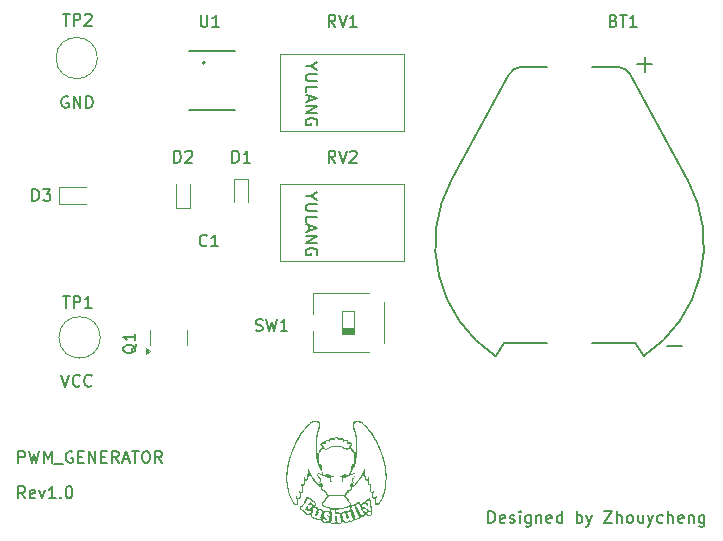
<source format=gbr>
G04 #@! TF.GenerationSoftware,KiCad,Pcbnew,9.0.0*
G04 #@! TF.CreationDate,2025-04-11T10:03:59+08:00*
G04 #@! TF.ProjectId,learn,6c656172-6e2e-46b6-9963-61645f706362,v1.0*
G04 #@! TF.SameCoordinates,Original*
G04 #@! TF.FileFunction,Legend,Top*
G04 #@! TF.FilePolarity,Positive*
%FSLAX46Y46*%
G04 Gerber Fmt 4.6, Leading zero omitted, Abs format (unit mm)*
G04 Created by KiCad (PCBNEW 9.0.0) date 2025-04-11 10:03:59*
%MOMM*%
%LPD*%
G01*
G04 APERTURE LIST*
%ADD10C,0.200000*%
%ADD11C,0.000000*%
%ADD12C,0.127000*%
%ADD13C,0.100000*%
%ADD14C,0.120000*%
G04 APERTURE END LIST*
D10*
X99569673Y-119367219D02*
X99569673Y-118367219D01*
X99569673Y-118367219D02*
X99950625Y-118367219D01*
X99950625Y-118367219D02*
X100045863Y-118414838D01*
X100045863Y-118414838D02*
X100093482Y-118462457D01*
X100093482Y-118462457D02*
X100141101Y-118557695D01*
X100141101Y-118557695D02*
X100141101Y-118700552D01*
X100141101Y-118700552D02*
X100093482Y-118795790D01*
X100093482Y-118795790D02*
X100045863Y-118843409D01*
X100045863Y-118843409D02*
X99950625Y-118891028D01*
X99950625Y-118891028D02*
X99569673Y-118891028D01*
X100474435Y-118367219D02*
X100712530Y-119367219D01*
X100712530Y-119367219D02*
X100903006Y-118652933D01*
X100903006Y-118652933D02*
X101093482Y-119367219D01*
X101093482Y-119367219D02*
X101331578Y-118367219D01*
X101712530Y-119367219D02*
X101712530Y-118367219D01*
X101712530Y-118367219D02*
X102045863Y-119081504D01*
X102045863Y-119081504D02*
X102379196Y-118367219D01*
X102379196Y-118367219D02*
X102379196Y-119367219D01*
X102617292Y-119462457D02*
X103379196Y-119462457D01*
X104141101Y-118414838D02*
X104045863Y-118367219D01*
X104045863Y-118367219D02*
X103903006Y-118367219D01*
X103903006Y-118367219D02*
X103760149Y-118414838D01*
X103760149Y-118414838D02*
X103664911Y-118510076D01*
X103664911Y-118510076D02*
X103617292Y-118605314D01*
X103617292Y-118605314D02*
X103569673Y-118795790D01*
X103569673Y-118795790D02*
X103569673Y-118938647D01*
X103569673Y-118938647D02*
X103617292Y-119129123D01*
X103617292Y-119129123D02*
X103664911Y-119224361D01*
X103664911Y-119224361D02*
X103760149Y-119319600D01*
X103760149Y-119319600D02*
X103903006Y-119367219D01*
X103903006Y-119367219D02*
X103998244Y-119367219D01*
X103998244Y-119367219D02*
X104141101Y-119319600D01*
X104141101Y-119319600D02*
X104188720Y-119271980D01*
X104188720Y-119271980D02*
X104188720Y-118938647D01*
X104188720Y-118938647D02*
X103998244Y-118938647D01*
X104617292Y-118843409D02*
X104950625Y-118843409D01*
X105093482Y-119367219D02*
X104617292Y-119367219D01*
X104617292Y-119367219D02*
X104617292Y-118367219D01*
X104617292Y-118367219D02*
X105093482Y-118367219D01*
X105522054Y-119367219D02*
X105522054Y-118367219D01*
X105522054Y-118367219D02*
X106093482Y-119367219D01*
X106093482Y-119367219D02*
X106093482Y-118367219D01*
X106569673Y-118843409D02*
X106903006Y-118843409D01*
X107045863Y-119367219D02*
X106569673Y-119367219D01*
X106569673Y-119367219D02*
X106569673Y-118367219D01*
X106569673Y-118367219D02*
X107045863Y-118367219D01*
X108045863Y-119367219D02*
X107712530Y-118891028D01*
X107474435Y-119367219D02*
X107474435Y-118367219D01*
X107474435Y-118367219D02*
X107855387Y-118367219D01*
X107855387Y-118367219D02*
X107950625Y-118414838D01*
X107950625Y-118414838D02*
X107998244Y-118462457D01*
X107998244Y-118462457D02*
X108045863Y-118557695D01*
X108045863Y-118557695D02*
X108045863Y-118700552D01*
X108045863Y-118700552D02*
X107998244Y-118795790D01*
X107998244Y-118795790D02*
X107950625Y-118843409D01*
X107950625Y-118843409D02*
X107855387Y-118891028D01*
X107855387Y-118891028D02*
X107474435Y-118891028D01*
X108426816Y-119081504D02*
X108903006Y-119081504D01*
X108331578Y-119367219D02*
X108664911Y-118367219D01*
X108664911Y-118367219D02*
X108998244Y-119367219D01*
X109188721Y-118367219D02*
X109760149Y-118367219D01*
X109474435Y-119367219D02*
X109474435Y-118367219D01*
X110283959Y-118367219D02*
X110474435Y-118367219D01*
X110474435Y-118367219D02*
X110569673Y-118414838D01*
X110569673Y-118414838D02*
X110664911Y-118510076D01*
X110664911Y-118510076D02*
X110712530Y-118700552D01*
X110712530Y-118700552D02*
X110712530Y-119033885D01*
X110712530Y-119033885D02*
X110664911Y-119224361D01*
X110664911Y-119224361D02*
X110569673Y-119319600D01*
X110569673Y-119319600D02*
X110474435Y-119367219D01*
X110474435Y-119367219D02*
X110283959Y-119367219D01*
X110283959Y-119367219D02*
X110188721Y-119319600D01*
X110188721Y-119319600D02*
X110093483Y-119224361D01*
X110093483Y-119224361D02*
X110045864Y-119033885D01*
X110045864Y-119033885D02*
X110045864Y-118700552D01*
X110045864Y-118700552D02*
X110093483Y-118510076D01*
X110093483Y-118510076D02*
X110188721Y-118414838D01*
X110188721Y-118414838D02*
X110283959Y-118367219D01*
X111712530Y-119367219D02*
X111379197Y-118891028D01*
X111141102Y-119367219D02*
X111141102Y-118367219D01*
X111141102Y-118367219D02*
X111522054Y-118367219D01*
X111522054Y-118367219D02*
X111617292Y-118414838D01*
X111617292Y-118414838D02*
X111664911Y-118462457D01*
X111664911Y-118462457D02*
X111712530Y-118557695D01*
X111712530Y-118557695D02*
X111712530Y-118700552D01*
X111712530Y-118700552D02*
X111664911Y-118795790D01*
X111664911Y-118795790D02*
X111617292Y-118843409D01*
X111617292Y-118843409D02*
X111522054Y-118891028D01*
X111522054Y-118891028D02*
X111141102Y-118891028D01*
X100141101Y-122367219D02*
X99807768Y-121891028D01*
X99569673Y-122367219D02*
X99569673Y-121367219D01*
X99569673Y-121367219D02*
X99950625Y-121367219D01*
X99950625Y-121367219D02*
X100045863Y-121414838D01*
X100045863Y-121414838D02*
X100093482Y-121462457D01*
X100093482Y-121462457D02*
X100141101Y-121557695D01*
X100141101Y-121557695D02*
X100141101Y-121700552D01*
X100141101Y-121700552D02*
X100093482Y-121795790D01*
X100093482Y-121795790D02*
X100045863Y-121843409D01*
X100045863Y-121843409D02*
X99950625Y-121891028D01*
X99950625Y-121891028D02*
X99569673Y-121891028D01*
X100950625Y-122319600D02*
X100855387Y-122367219D01*
X100855387Y-122367219D02*
X100664911Y-122367219D01*
X100664911Y-122367219D02*
X100569673Y-122319600D01*
X100569673Y-122319600D02*
X100522054Y-122224361D01*
X100522054Y-122224361D02*
X100522054Y-121843409D01*
X100522054Y-121843409D02*
X100569673Y-121748171D01*
X100569673Y-121748171D02*
X100664911Y-121700552D01*
X100664911Y-121700552D02*
X100855387Y-121700552D01*
X100855387Y-121700552D02*
X100950625Y-121748171D01*
X100950625Y-121748171D02*
X100998244Y-121843409D01*
X100998244Y-121843409D02*
X100998244Y-121938647D01*
X100998244Y-121938647D02*
X100522054Y-122033885D01*
X101331578Y-121700552D02*
X101569673Y-122367219D01*
X101569673Y-122367219D02*
X101807768Y-121700552D01*
X102712530Y-122367219D02*
X102141102Y-122367219D01*
X102426816Y-122367219D02*
X102426816Y-121367219D01*
X102426816Y-121367219D02*
X102331578Y-121510076D01*
X102331578Y-121510076D02*
X102236340Y-121605314D01*
X102236340Y-121605314D02*
X102141102Y-121652933D01*
X103141102Y-122271980D02*
X103188721Y-122319600D01*
X103188721Y-122319600D02*
X103141102Y-122367219D01*
X103141102Y-122367219D02*
X103093483Y-122319600D01*
X103093483Y-122319600D02*
X103141102Y-122271980D01*
X103141102Y-122271980D02*
X103141102Y-122367219D01*
X103807768Y-121367219D02*
X103903006Y-121367219D01*
X103903006Y-121367219D02*
X103998244Y-121414838D01*
X103998244Y-121414838D02*
X104045863Y-121462457D01*
X104045863Y-121462457D02*
X104093482Y-121557695D01*
X104093482Y-121557695D02*
X104141101Y-121748171D01*
X104141101Y-121748171D02*
X104141101Y-121986266D01*
X104141101Y-121986266D02*
X104093482Y-122176742D01*
X104093482Y-122176742D02*
X104045863Y-122271980D01*
X104045863Y-122271980D02*
X103998244Y-122319600D01*
X103998244Y-122319600D02*
X103903006Y-122367219D01*
X103903006Y-122367219D02*
X103807768Y-122367219D01*
X103807768Y-122367219D02*
X103712530Y-122319600D01*
X103712530Y-122319600D02*
X103664911Y-122271980D01*
X103664911Y-122271980D02*
X103617292Y-122176742D01*
X103617292Y-122176742D02*
X103569673Y-121986266D01*
X103569673Y-121986266D02*
X103569673Y-121748171D01*
X103569673Y-121748171D02*
X103617292Y-121557695D01*
X103617292Y-121557695D02*
X103664911Y-121462457D01*
X103664911Y-121462457D02*
X103712530Y-121414838D01*
X103712530Y-121414838D02*
X103807768Y-121367219D01*
X103769673Y-88364838D02*
X103674435Y-88317219D01*
X103674435Y-88317219D02*
X103531578Y-88317219D01*
X103531578Y-88317219D02*
X103388721Y-88364838D01*
X103388721Y-88364838D02*
X103293483Y-88460076D01*
X103293483Y-88460076D02*
X103245864Y-88555314D01*
X103245864Y-88555314D02*
X103198245Y-88745790D01*
X103198245Y-88745790D02*
X103198245Y-88888647D01*
X103198245Y-88888647D02*
X103245864Y-89079123D01*
X103245864Y-89079123D02*
X103293483Y-89174361D01*
X103293483Y-89174361D02*
X103388721Y-89269600D01*
X103388721Y-89269600D02*
X103531578Y-89317219D01*
X103531578Y-89317219D02*
X103626816Y-89317219D01*
X103626816Y-89317219D02*
X103769673Y-89269600D01*
X103769673Y-89269600D02*
X103817292Y-89221980D01*
X103817292Y-89221980D02*
X103817292Y-88888647D01*
X103817292Y-88888647D02*
X103626816Y-88888647D01*
X104245864Y-89317219D02*
X104245864Y-88317219D01*
X104245864Y-88317219D02*
X104817292Y-89317219D01*
X104817292Y-89317219D02*
X104817292Y-88317219D01*
X105293483Y-89317219D02*
X105293483Y-88317219D01*
X105293483Y-88317219D02*
X105531578Y-88317219D01*
X105531578Y-88317219D02*
X105674435Y-88364838D01*
X105674435Y-88364838D02*
X105769673Y-88460076D01*
X105769673Y-88460076D02*
X105817292Y-88555314D01*
X105817292Y-88555314D02*
X105864911Y-88745790D01*
X105864911Y-88745790D02*
X105864911Y-88888647D01*
X105864911Y-88888647D02*
X105817292Y-89079123D01*
X105817292Y-89079123D02*
X105769673Y-89174361D01*
X105769673Y-89174361D02*
X105674435Y-89269600D01*
X105674435Y-89269600D02*
X105531578Y-89317219D01*
X105531578Y-89317219D02*
X105293483Y-89317219D01*
X103198245Y-111917219D02*
X103531578Y-112917219D01*
X103531578Y-112917219D02*
X103864911Y-111917219D01*
X104769673Y-112821980D02*
X104722054Y-112869600D01*
X104722054Y-112869600D02*
X104579197Y-112917219D01*
X104579197Y-112917219D02*
X104483959Y-112917219D01*
X104483959Y-112917219D02*
X104341102Y-112869600D01*
X104341102Y-112869600D02*
X104245864Y-112774361D01*
X104245864Y-112774361D02*
X104198245Y-112679123D01*
X104198245Y-112679123D02*
X104150626Y-112488647D01*
X104150626Y-112488647D02*
X104150626Y-112345790D01*
X104150626Y-112345790D02*
X104198245Y-112155314D01*
X104198245Y-112155314D02*
X104245864Y-112060076D01*
X104245864Y-112060076D02*
X104341102Y-111964838D01*
X104341102Y-111964838D02*
X104483959Y-111917219D01*
X104483959Y-111917219D02*
X104579197Y-111917219D01*
X104579197Y-111917219D02*
X104722054Y-111964838D01*
X104722054Y-111964838D02*
X104769673Y-112012457D01*
X105769673Y-112821980D02*
X105722054Y-112869600D01*
X105722054Y-112869600D02*
X105579197Y-112917219D01*
X105579197Y-112917219D02*
X105483959Y-112917219D01*
X105483959Y-112917219D02*
X105341102Y-112869600D01*
X105341102Y-112869600D02*
X105245864Y-112774361D01*
X105245864Y-112774361D02*
X105198245Y-112679123D01*
X105198245Y-112679123D02*
X105150626Y-112488647D01*
X105150626Y-112488647D02*
X105150626Y-112345790D01*
X105150626Y-112345790D02*
X105198245Y-112155314D01*
X105198245Y-112155314D02*
X105245864Y-112060076D01*
X105245864Y-112060076D02*
X105341102Y-111964838D01*
X105341102Y-111964838D02*
X105483959Y-111917219D01*
X105483959Y-111917219D02*
X105579197Y-111917219D01*
X105579197Y-111917219D02*
X105722054Y-111964838D01*
X105722054Y-111964838D02*
X105769673Y-112012457D01*
X139369673Y-124467219D02*
X139369673Y-123467219D01*
X139369673Y-123467219D02*
X139607768Y-123467219D01*
X139607768Y-123467219D02*
X139750625Y-123514838D01*
X139750625Y-123514838D02*
X139845863Y-123610076D01*
X139845863Y-123610076D02*
X139893482Y-123705314D01*
X139893482Y-123705314D02*
X139941101Y-123895790D01*
X139941101Y-123895790D02*
X139941101Y-124038647D01*
X139941101Y-124038647D02*
X139893482Y-124229123D01*
X139893482Y-124229123D02*
X139845863Y-124324361D01*
X139845863Y-124324361D02*
X139750625Y-124419600D01*
X139750625Y-124419600D02*
X139607768Y-124467219D01*
X139607768Y-124467219D02*
X139369673Y-124467219D01*
X140750625Y-124419600D02*
X140655387Y-124467219D01*
X140655387Y-124467219D02*
X140464911Y-124467219D01*
X140464911Y-124467219D02*
X140369673Y-124419600D01*
X140369673Y-124419600D02*
X140322054Y-124324361D01*
X140322054Y-124324361D02*
X140322054Y-123943409D01*
X140322054Y-123943409D02*
X140369673Y-123848171D01*
X140369673Y-123848171D02*
X140464911Y-123800552D01*
X140464911Y-123800552D02*
X140655387Y-123800552D01*
X140655387Y-123800552D02*
X140750625Y-123848171D01*
X140750625Y-123848171D02*
X140798244Y-123943409D01*
X140798244Y-123943409D02*
X140798244Y-124038647D01*
X140798244Y-124038647D02*
X140322054Y-124133885D01*
X141179197Y-124419600D02*
X141274435Y-124467219D01*
X141274435Y-124467219D02*
X141464911Y-124467219D01*
X141464911Y-124467219D02*
X141560149Y-124419600D01*
X141560149Y-124419600D02*
X141607768Y-124324361D01*
X141607768Y-124324361D02*
X141607768Y-124276742D01*
X141607768Y-124276742D02*
X141560149Y-124181504D01*
X141560149Y-124181504D02*
X141464911Y-124133885D01*
X141464911Y-124133885D02*
X141322054Y-124133885D01*
X141322054Y-124133885D02*
X141226816Y-124086266D01*
X141226816Y-124086266D02*
X141179197Y-123991028D01*
X141179197Y-123991028D02*
X141179197Y-123943409D01*
X141179197Y-123943409D02*
X141226816Y-123848171D01*
X141226816Y-123848171D02*
X141322054Y-123800552D01*
X141322054Y-123800552D02*
X141464911Y-123800552D01*
X141464911Y-123800552D02*
X141560149Y-123848171D01*
X142036340Y-124467219D02*
X142036340Y-123800552D01*
X142036340Y-123467219D02*
X141988721Y-123514838D01*
X141988721Y-123514838D02*
X142036340Y-123562457D01*
X142036340Y-123562457D02*
X142083959Y-123514838D01*
X142083959Y-123514838D02*
X142036340Y-123467219D01*
X142036340Y-123467219D02*
X142036340Y-123562457D01*
X142941101Y-123800552D02*
X142941101Y-124610076D01*
X142941101Y-124610076D02*
X142893482Y-124705314D01*
X142893482Y-124705314D02*
X142845863Y-124752933D01*
X142845863Y-124752933D02*
X142750625Y-124800552D01*
X142750625Y-124800552D02*
X142607768Y-124800552D01*
X142607768Y-124800552D02*
X142512530Y-124752933D01*
X142941101Y-124419600D02*
X142845863Y-124467219D01*
X142845863Y-124467219D02*
X142655387Y-124467219D01*
X142655387Y-124467219D02*
X142560149Y-124419600D01*
X142560149Y-124419600D02*
X142512530Y-124371980D01*
X142512530Y-124371980D02*
X142464911Y-124276742D01*
X142464911Y-124276742D02*
X142464911Y-123991028D01*
X142464911Y-123991028D02*
X142512530Y-123895790D01*
X142512530Y-123895790D02*
X142560149Y-123848171D01*
X142560149Y-123848171D02*
X142655387Y-123800552D01*
X142655387Y-123800552D02*
X142845863Y-123800552D01*
X142845863Y-123800552D02*
X142941101Y-123848171D01*
X143417292Y-123800552D02*
X143417292Y-124467219D01*
X143417292Y-123895790D02*
X143464911Y-123848171D01*
X143464911Y-123848171D02*
X143560149Y-123800552D01*
X143560149Y-123800552D02*
X143703006Y-123800552D01*
X143703006Y-123800552D02*
X143798244Y-123848171D01*
X143798244Y-123848171D02*
X143845863Y-123943409D01*
X143845863Y-123943409D02*
X143845863Y-124467219D01*
X144703006Y-124419600D02*
X144607768Y-124467219D01*
X144607768Y-124467219D02*
X144417292Y-124467219D01*
X144417292Y-124467219D02*
X144322054Y-124419600D01*
X144322054Y-124419600D02*
X144274435Y-124324361D01*
X144274435Y-124324361D02*
X144274435Y-123943409D01*
X144274435Y-123943409D02*
X144322054Y-123848171D01*
X144322054Y-123848171D02*
X144417292Y-123800552D01*
X144417292Y-123800552D02*
X144607768Y-123800552D01*
X144607768Y-123800552D02*
X144703006Y-123848171D01*
X144703006Y-123848171D02*
X144750625Y-123943409D01*
X144750625Y-123943409D02*
X144750625Y-124038647D01*
X144750625Y-124038647D02*
X144274435Y-124133885D01*
X145607768Y-124467219D02*
X145607768Y-123467219D01*
X145607768Y-124419600D02*
X145512530Y-124467219D01*
X145512530Y-124467219D02*
X145322054Y-124467219D01*
X145322054Y-124467219D02*
X145226816Y-124419600D01*
X145226816Y-124419600D02*
X145179197Y-124371980D01*
X145179197Y-124371980D02*
X145131578Y-124276742D01*
X145131578Y-124276742D02*
X145131578Y-123991028D01*
X145131578Y-123991028D02*
X145179197Y-123895790D01*
X145179197Y-123895790D02*
X145226816Y-123848171D01*
X145226816Y-123848171D02*
X145322054Y-123800552D01*
X145322054Y-123800552D02*
X145512530Y-123800552D01*
X145512530Y-123800552D02*
X145607768Y-123848171D01*
X146845864Y-124467219D02*
X146845864Y-123467219D01*
X146845864Y-123848171D02*
X146941102Y-123800552D01*
X146941102Y-123800552D02*
X147131578Y-123800552D01*
X147131578Y-123800552D02*
X147226816Y-123848171D01*
X147226816Y-123848171D02*
X147274435Y-123895790D01*
X147274435Y-123895790D02*
X147322054Y-123991028D01*
X147322054Y-123991028D02*
X147322054Y-124276742D01*
X147322054Y-124276742D02*
X147274435Y-124371980D01*
X147274435Y-124371980D02*
X147226816Y-124419600D01*
X147226816Y-124419600D02*
X147131578Y-124467219D01*
X147131578Y-124467219D02*
X146941102Y-124467219D01*
X146941102Y-124467219D02*
X146845864Y-124419600D01*
X147655388Y-123800552D02*
X147893483Y-124467219D01*
X148131578Y-123800552D02*
X147893483Y-124467219D01*
X147893483Y-124467219D02*
X147798245Y-124705314D01*
X147798245Y-124705314D02*
X147750626Y-124752933D01*
X147750626Y-124752933D02*
X147655388Y-124800552D01*
X149179198Y-123467219D02*
X149845864Y-123467219D01*
X149845864Y-123467219D02*
X149179198Y-124467219D01*
X149179198Y-124467219D02*
X149845864Y-124467219D01*
X150226817Y-124467219D02*
X150226817Y-123467219D01*
X150655388Y-124467219D02*
X150655388Y-123943409D01*
X150655388Y-123943409D02*
X150607769Y-123848171D01*
X150607769Y-123848171D02*
X150512531Y-123800552D01*
X150512531Y-123800552D02*
X150369674Y-123800552D01*
X150369674Y-123800552D02*
X150274436Y-123848171D01*
X150274436Y-123848171D02*
X150226817Y-123895790D01*
X151274436Y-124467219D02*
X151179198Y-124419600D01*
X151179198Y-124419600D02*
X151131579Y-124371980D01*
X151131579Y-124371980D02*
X151083960Y-124276742D01*
X151083960Y-124276742D02*
X151083960Y-123991028D01*
X151083960Y-123991028D02*
X151131579Y-123895790D01*
X151131579Y-123895790D02*
X151179198Y-123848171D01*
X151179198Y-123848171D02*
X151274436Y-123800552D01*
X151274436Y-123800552D02*
X151417293Y-123800552D01*
X151417293Y-123800552D02*
X151512531Y-123848171D01*
X151512531Y-123848171D02*
X151560150Y-123895790D01*
X151560150Y-123895790D02*
X151607769Y-123991028D01*
X151607769Y-123991028D02*
X151607769Y-124276742D01*
X151607769Y-124276742D02*
X151560150Y-124371980D01*
X151560150Y-124371980D02*
X151512531Y-124419600D01*
X151512531Y-124419600D02*
X151417293Y-124467219D01*
X151417293Y-124467219D02*
X151274436Y-124467219D01*
X152464912Y-123800552D02*
X152464912Y-124467219D01*
X152036341Y-123800552D02*
X152036341Y-124324361D01*
X152036341Y-124324361D02*
X152083960Y-124419600D01*
X152083960Y-124419600D02*
X152179198Y-124467219D01*
X152179198Y-124467219D02*
X152322055Y-124467219D01*
X152322055Y-124467219D02*
X152417293Y-124419600D01*
X152417293Y-124419600D02*
X152464912Y-124371980D01*
X152845865Y-123800552D02*
X153083960Y-124467219D01*
X153322055Y-123800552D02*
X153083960Y-124467219D01*
X153083960Y-124467219D02*
X152988722Y-124705314D01*
X152988722Y-124705314D02*
X152941103Y-124752933D01*
X152941103Y-124752933D02*
X152845865Y-124800552D01*
X154131579Y-124419600D02*
X154036341Y-124467219D01*
X154036341Y-124467219D02*
X153845865Y-124467219D01*
X153845865Y-124467219D02*
X153750627Y-124419600D01*
X153750627Y-124419600D02*
X153703008Y-124371980D01*
X153703008Y-124371980D02*
X153655389Y-124276742D01*
X153655389Y-124276742D02*
X153655389Y-123991028D01*
X153655389Y-123991028D02*
X153703008Y-123895790D01*
X153703008Y-123895790D02*
X153750627Y-123848171D01*
X153750627Y-123848171D02*
X153845865Y-123800552D01*
X153845865Y-123800552D02*
X154036341Y-123800552D01*
X154036341Y-123800552D02*
X154131579Y-123848171D01*
X154560151Y-124467219D02*
X154560151Y-123467219D01*
X154988722Y-124467219D02*
X154988722Y-123943409D01*
X154988722Y-123943409D02*
X154941103Y-123848171D01*
X154941103Y-123848171D02*
X154845865Y-123800552D01*
X154845865Y-123800552D02*
X154703008Y-123800552D01*
X154703008Y-123800552D02*
X154607770Y-123848171D01*
X154607770Y-123848171D02*
X154560151Y-123895790D01*
X155845865Y-124419600D02*
X155750627Y-124467219D01*
X155750627Y-124467219D02*
X155560151Y-124467219D01*
X155560151Y-124467219D02*
X155464913Y-124419600D01*
X155464913Y-124419600D02*
X155417294Y-124324361D01*
X155417294Y-124324361D02*
X155417294Y-123943409D01*
X155417294Y-123943409D02*
X155464913Y-123848171D01*
X155464913Y-123848171D02*
X155560151Y-123800552D01*
X155560151Y-123800552D02*
X155750627Y-123800552D01*
X155750627Y-123800552D02*
X155845865Y-123848171D01*
X155845865Y-123848171D02*
X155893484Y-123943409D01*
X155893484Y-123943409D02*
X155893484Y-124038647D01*
X155893484Y-124038647D02*
X155417294Y-124133885D01*
X156322056Y-123800552D02*
X156322056Y-124467219D01*
X156322056Y-123895790D02*
X156369675Y-123848171D01*
X156369675Y-123848171D02*
X156464913Y-123800552D01*
X156464913Y-123800552D02*
X156607770Y-123800552D01*
X156607770Y-123800552D02*
X156703008Y-123848171D01*
X156703008Y-123848171D02*
X156750627Y-123943409D01*
X156750627Y-123943409D02*
X156750627Y-124467219D01*
X157655389Y-123800552D02*
X157655389Y-124610076D01*
X157655389Y-124610076D02*
X157607770Y-124705314D01*
X157607770Y-124705314D02*
X157560151Y-124752933D01*
X157560151Y-124752933D02*
X157464913Y-124800552D01*
X157464913Y-124800552D02*
X157322056Y-124800552D01*
X157322056Y-124800552D02*
X157226818Y-124752933D01*
X157655389Y-124419600D02*
X157560151Y-124467219D01*
X157560151Y-124467219D02*
X157369675Y-124467219D01*
X157369675Y-124467219D02*
X157274437Y-124419600D01*
X157274437Y-124419600D02*
X157226818Y-124371980D01*
X157226818Y-124371980D02*
X157179199Y-124276742D01*
X157179199Y-124276742D02*
X157179199Y-123991028D01*
X157179199Y-123991028D02*
X157226818Y-123895790D01*
X157226818Y-123895790D02*
X157274437Y-123848171D01*
X157274437Y-123848171D02*
X157369675Y-123800552D01*
X157369675Y-123800552D02*
X157560151Y-123800552D01*
X157560151Y-123800552D02*
X157655389Y-123848171D01*
X114988095Y-81452219D02*
X114988095Y-82261742D01*
X114988095Y-82261742D02*
X115035714Y-82356980D01*
X115035714Y-82356980D02*
X115083333Y-82404600D01*
X115083333Y-82404600D02*
X115178571Y-82452219D01*
X115178571Y-82452219D02*
X115369047Y-82452219D01*
X115369047Y-82452219D02*
X115464285Y-82404600D01*
X115464285Y-82404600D02*
X115511904Y-82356980D01*
X115511904Y-82356980D02*
X115559523Y-82261742D01*
X115559523Y-82261742D02*
X115559523Y-81452219D01*
X116559523Y-82452219D02*
X115988095Y-82452219D01*
X116273809Y-82452219D02*
X116273809Y-81452219D01*
X116273809Y-81452219D02*
X116178571Y-81595076D01*
X116178571Y-81595076D02*
X116083333Y-81690314D01*
X116083333Y-81690314D02*
X115988095Y-81737933D01*
X126404761Y-82452219D02*
X126071428Y-81976028D01*
X125833333Y-82452219D02*
X125833333Y-81452219D01*
X125833333Y-81452219D02*
X126214285Y-81452219D01*
X126214285Y-81452219D02*
X126309523Y-81499838D01*
X126309523Y-81499838D02*
X126357142Y-81547457D01*
X126357142Y-81547457D02*
X126404761Y-81642695D01*
X126404761Y-81642695D02*
X126404761Y-81785552D01*
X126404761Y-81785552D02*
X126357142Y-81880790D01*
X126357142Y-81880790D02*
X126309523Y-81928409D01*
X126309523Y-81928409D02*
X126214285Y-81976028D01*
X126214285Y-81976028D02*
X125833333Y-81976028D01*
X126690476Y-81452219D02*
X127023809Y-82452219D01*
X127023809Y-82452219D02*
X127357142Y-81452219D01*
X128214285Y-82452219D02*
X127642857Y-82452219D01*
X127928571Y-82452219D02*
X127928571Y-81452219D01*
X127928571Y-81452219D02*
X127833333Y-81595076D01*
X127833333Y-81595076D02*
X127738095Y-81690314D01*
X127738095Y-81690314D02*
X127642857Y-81737933D01*
X124358971Y-85810149D02*
X123882780Y-85810149D01*
X124882780Y-85476816D02*
X124358971Y-85810149D01*
X124358971Y-85810149D02*
X124882780Y-86143482D01*
X124882780Y-86476816D02*
X124073257Y-86476816D01*
X124073257Y-86476816D02*
X123978019Y-86524435D01*
X123978019Y-86524435D02*
X123930400Y-86572054D01*
X123930400Y-86572054D02*
X123882780Y-86667292D01*
X123882780Y-86667292D02*
X123882780Y-86857768D01*
X123882780Y-86857768D02*
X123930400Y-86953006D01*
X123930400Y-86953006D02*
X123978019Y-87000625D01*
X123978019Y-87000625D02*
X124073257Y-87048244D01*
X124073257Y-87048244D02*
X124882780Y-87048244D01*
X123882780Y-88000625D02*
X123882780Y-87524435D01*
X123882780Y-87524435D02*
X124882780Y-87524435D01*
X124168495Y-88286340D02*
X124168495Y-88762530D01*
X123882780Y-88191102D02*
X124882780Y-88524435D01*
X124882780Y-88524435D02*
X123882780Y-88857768D01*
X123882780Y-89191102D02*
X124882780Y-89191102D01*
X124882780Y-89191102D02*
X123882780Y-89762530D01*
X123882780Y-89762530D02*
X124882780Y-89762530D01*
X124835161Y-90762530D02*
X124882780Y-90667292D01*
X124882780Y-90667292D02*
X124882780Y-90524435D01*
X124882780Y-90524435D02*
X124835161Y-90381578D01*
X124835161Y-90381578D02*
X124739923Y-90286340D01*
X124739923Y-90286340D02*
X124644685Y-90238721D01*
X124644685Y-90238721D02*
X124454209Y-90191102D01*
X124454209Y-90191102D02*
X124311352Y-90191102D01*
X124311352Y-90191102D02*
X124120876Y-90238721D01*
X124120876Y-90238721D02*
X124025638Y-90286340D01*
X124025638Y-90286340D02*
X123930400Y-90381578D01*
X123930400Y-90381578D02*
X123882780Y-90524435D01*
X123882780Y-90524435D02*
X123882780Y-90619673D01*
X123882780Y-90619673D02*
X123930400Y-90762530D01*
X123930400Y-90762530D02*
X123978019Y-90810149D01*
X123978019Y-90810149D02*
X124311352Y-90810149D01*
X124311352Y-90810149D02*
X124311352Y-90619673D01*
X100761905Y-97202219D02*
X100761905Y-96202219D01*
X100761905Y-96202219D02*
X101000000Y-96202219D01*
X101000000Y-96202219D02*
X101142857Y-96249838D01*
X101142857Y-96249838D02*
X101238095Y-96345076D01*
X101238095Y-96345076D02*
X101285714Y-96440314D01*
X101285714Y-96440314D02*
X101333333Y-96630790D01*
X101333333Y-96630790D02*
X101333333Y-96773647D01*
X101333333Y-96773647D02*
X101285714Y-96964123D01*
X101285714Y-96964123D02*
X101238095Y-97059361D01*
X101238095Y-97059361D02*
X101142857Y-97154600D01*
X101142857Y-97154600D02*
X101000000Y-97202219D01*
X101000000Y-97202219D02*
X100761905Y-97202219D01*
X101666667Y-96202219D02*
X102285714Y-96202219D01*
X102285714Y-96202219D02*
X101952381Y-96583171D01*
X101952381Y-96583171D02*
X102095238Y-96583171D01*
X102095238Y-96583171D02*
X102190476Y-96630790D01*
X102190476Y-96630790D02*
X102238095Y-96678409D01*
X102238095Y-96678409D02*
X102285714Y-96773647D01*
X102285714Y-96773647D02*
X102285714Y-97011742D01*
X102285714Y-97011742D02*
X102238095Y-97106980D01*
X102238095Y-97106980D02*
X102190476Y-97154600D01*
X102190476Y-97154600D02*
X102095238Y-97202219D01*
X102095238Y-97202219D02*
X101809524Y-97202219D01*
X101809524Y-97202219D02*
X101714286Y-97154600D01*
X101714286Y-97154600D02*
X101666667Y-97106980D01*
X103338095Y-105252219D02*
X103909523Y-105252219D01*
X103623809Y-106252219D02*
X103623809Y-105252219D01*
X104242857Y-106252219D02*
X104242857Y-105252219D01*
X104242857Y-105252219D02*
X104623809Y-105252219D01*
X104623809Y-105252219D02*
X104719047Y-105299838D01*
X104719047Y-105299838D02*
X104766666Y-105347457D01*
X104766666Y-105347457D02*
X104814285Y-105442695D01*
X104814285Y-105442695D02*
X104814285Y-105585552D01*
X104814285Y-105585552D02*
X104766666Y-105680790D01*
X104766666Y-105680790D02*
X104719047Y-105728409D01*
X104719047Y-105728409D02*
X104623809Y-105776028D01*
X104623809Y-105776028D02*
X104242857Y-105776028D01*
X105766666Y-106252219D02*
X105195238Y-106252219D01*
X105480952Y-106252219D02*
X105480952Y-105252219D01*
X105480952Y-105252219D02*
X105385714Y-105395076D01*
X105385714Y-105395076D02*
X105290476Y-105490314D01*
X105290476Y-105490314D02*
X105195238Y-105537933D01*
X149964285Y-81928409D02*
X150107142Y-81976028D01*
X150107142Y-81976028D02*
X150154761Y-82023647D01*
X150154761Y-82023647D02*
X150202380Y-82118885D01*
X150202380Y-82118885D02*
X150202380Y-82261742D01*
X150202380Y-82261742D02*
X150154761Y-82356980D01*
X150154761Y-82356980D02*
X150107142Y-82404600D01*
X150107142Y-82404600D02*
X150011904Y-82452219D01*
X150011904Y-82452219D02*
X149630952Y-82452219D01*
X149630952Y-82452219D02*
X149630952Y-81452219D01*
X149630952Y-81452219D02*
X149964285Y-81452219D01*
X149964285Y-81452219D02*
X150059523Y-81499838D01*
X150059523Y-81499838D02*
X150107142Y-81547457D01*
X150107142Y-81547457D02*
X150154761Y-81642695D01*
X150154761Y-81642695D02*
X150154761Y-81737933D01*
X150154761Y-81737933D02*
X150107142Y-81833171D01*
X150107142Y-81833171D02*
X150059523Y-81880790D01*
X150059523Y-81880790D02*
X149964285Y-81928409D01*
X149964285Y-81928409D02*
X149630952Y-81928409D01*
X150488095Y-81452219D02*
X151059523Y-81452219D01*
X150773809Y-82452219D02*
X150773809Y-81452219D01*
X151916666Y-82452219D02*
X151345238Y-82452219D01*
X151630952Y-82452219D02*
X151630952Y-81452219D01*
X151630952Y-81452219D02*
X151535714Y-81595076D01*
X151535714Y-81595076D02*
X151440476Y-81690314D01*
X151440476Y-81690314D02*
X151345238Y-81737933D01*
X103338095Y-81352219D02*
X103909523Y-81352219D01*
X103623809Y-82352219D02*
X103623809Y-81352219D01*
X104242857Y-82352219D02*
X104242857Y-81352219D01*
X104242857Y-81352219D02*
X104623809Y-81352219D01*
X104623809Y-81352219D02*
X104719047Y-81399838D01*
X104719047Y-81399838D02*
X104766666Y-81447457D01*
X104766666Y-81447457D02*
X104814285Y-81542695D01*
X104814285Y-81542695D02*
X104814285Y-81685552D01*
X104814285Y-81685552D02*
X104766666Y-81780790D01*
X104766666Y-81780790D02*
X104719047Y-81828409D01*
X104719047Y-81828409D02*
X104623809Y-81876028D01*
X104623809Y-81876028D02*
X104242857Y-81876028D01*
X105195238Y-81447457D02*
X105242857Y-81399838D01*
X105242857Y-81399838D02*
X105338095Y-81352219D01*
X105338095Y-81352219D02*
X105576190Y-81352219D01*
X105576190Y-81352219D02*
X105671428Y-81399838D01*
X105671428Y-81399838D02*
X105719047Y-81447457D01*
X105719047Y-81447457D02*
X105766666Y-81542695D01*
X105766666Y-81542695D02*
X105766666Y-81637933D01*
X105766666Y-81637933D02*
X105719047Y-81780790D01*
X105719047Y-81780790D02*
X105147619Y-82352219D01*
X105147619Y-82352219D02*
X105766666Y-82352219D01*
X117681905Y-93952219D02*
X117681905Y-92952219D01*
X117681905Y-92952219D02*
X117920000Y-92952219D01*
X117920000Y-92952219D02*
X118062857Y-92999838D01*
X118062857Y-92999838D02*
X118158095Y-93095076D01*
X118158095Y-93095076D02*
X118205714Y-93190314D01*
X118205714Y-93190314D02*
X118253333Y-93380790D01*
X118253333Y-93380790D02*
X118253333Y-93523647D01*
X118253333Y-93523647D02*
X118205714Y-93714123D01*
X118205714Y-93714123D02*
X118158095Y-93809361D01*
X118158095Y-93809361D02*
X118062857Y-93904600D01*
X118062857Y-93904600D02*
X117920000Y-93952219D01*
X117920000Y-93952219D02*
X117681905Y-93952219D01*
X119205714Y-93952219D02*
X118634286Y-93952219D01*
X118920000Y-93952219D02*
X118920000Y-92952219D01*
X118920000Y-92952219D02*
X118824762Y-93095076D01*
X118824762Y-93095076D02*
X118729524Y-93190314D01*
X118729524Y-93190314D02*
X118634286Y-93237933D01*
X119666667Y-108154600D02*
X119809524Y-108202219D01*
X119809524Y-108202219D02*
X120047619Y-108202219D01*
X120047619Y-108202219D02*
X120142857Y-108154600D01*
X120142857Y-108154600D02*
X120190476Y-108106980D01*
X120190476Y-108106980D02*
X120238095Y-108011742D01*
X120238095Y-108011742D02*
X120238095Y-107916504D01*
X120238095Y-107916504D02*
X120190476Y-107821266D01*
X120190476Y-107821266D02*
X120142857Y-107773647D01*
X120142857Y-107773647D02*
X120047619Y-107726028D01*
X120047619Y-107726028D02*
X119857143Y-107678409D01*
X119857143Y-107678409D02*
X119761905Y-107630790D01*
X119761905Y-107630790D02*
X119714286Y-107583171D01*
X119714286Y-107583171D02*
X119666667Y-107487933D01*
X119666667Y-107487933D02*
X119666667Y-107392695D01*
X119666667Y-107392695D02*
X119714286Y-107297457D01*
X119714286Y-107297457D02*
X119761905Y-107249838D01*
X119761905Y-107249838D02*
X119857143Y-107202219D01*
X119857143Y-107202219D02*
X120095238Y-107202219D01*
X120095238Y-107202219D02*
X120238095Y-107249838D01*
X120571429Y-107202219D02*
X120809524Y-108202219D01*
X120809524Y-108202219D02*
X121000000Y-107487933D01*
X121000000Y-107487933D02*
X121190476Y-108202219D01*
X121190476Y-108202219D02*
X121428572Y-107202219D01*
X122333333Y-108202219D02*
X121761905Y-108202219D01*
X122047619Y-108202219D02*
X122047619Y-107202219D01*
X122047619Y-107202219D02*
X121952381Y-107345076D01*
X121952381Y-107345076D02*
X121857143Y-107440314D01*
X121857143Y-107440314D02*
X121761905Y-107487933D01*
X109547457Y-109345238D02*
X109499838Y-109440476D01*
X109499838Y-109440476D02*
X109404600Y-109535714D01*
X109404600Y-109535714D02*
X109261742Y-109678571D01*
X109261742Y-109678571D02*
X109214123Y-109773809D01*
X109214123Y-109773809D02*
X109214123Y-109869047D01*
X109452219Y-109821428D02*
X109404600Y-109916666D01*
X109404600Y-109916666D02*
X109309361Y-110011904D01*
X109309361Y-110011904D02*
X109118885Y-110059523D01*
X109118885Y-110059523D02*
X108785552Y-110059523D01*
X108785552Y-110059523D02*
X108595076Y-110011904D01*
X108595076Y-110011904D02*
X108499838Y-109916666D01*
X108499838Y-109916666D02*
X108452219Y-109821428D01*
X108452219Y-109821428D02*
X108452219Y-109630952D01*
X108452219Y-109630952D02*
X108499838Y-109535714D01*
X108499838Y-109535714D02*
X108595076Y-109440476D01*
X108595076Y-109440476D02*
X108785552Y-109392857D01*
X108785552Y-109392857D02*
X109118885Y-109392857D01*
X109118885Y-109392857D02*
X109309361Y-109440476D01*
X109309361Y-109440476D02*
X109404600Y-109535714D01*
X109404600Y-109535714D02*
X109452219Y-109630952D01*
X109452219Y-109630952D02*
X109452219Y-109821428D01*
X109452219Y-108440476D02*
X109452219Y-109011904D01*
X109452219Y-108726190D02*
X108452219Y-108726190D01*
X108452219Y-108726190D02*
X108595076Y-108821428D01*
X108595076Y-108821428D02*
X108690314Y-108916666D01*
X108690314Y-108916666D02*
X108737933Y-109011904D01*
X126404761Y-93952219D02*
X126071428Y-93476028D01*
X125833333Y-93952219D02*
X125833333Y-92952219D01*
X125833333Y-92952219D02*
X126214285Y-92952219D01*
X126214285Y-92952219D02*
X126309523Y-92999838D01*
X126309523Y-92999838D02*
X126357142Y-93047457D01*
X126357142Y-93047457D02*
X126404761Y-93142695D01*
X126404761Y-93142695D02*
X126404761Y-93285552D01*
X126404761Y-93285552D02*
X126357142Y-93380790D01*
X126357142Y-93380790D02*
X126309523Y-93428409D01*
X126309523Y-93428409D02*
X126214285Y-93476028D01*
X126214285Y-93476028D02*
X125833333Y-93476028D01*
X126690476Y-92952219D02*
X127023809Y-93952219D01*
X127023809Y-93952219D02*
X127357142Y-92952219D01*
X127642857Y-93047457D02*
X127690476Y-92999838D01*
X127690476Y-92999838D02*
X127785714Y-92952219D01*
X127785714Y-92952219D02*
X128023809Y-92952219D01*
X128023809Y-92952219D02*
X128119047Y-92999838D01*
X128119047Y-92999838D02*
X128166666Y-93047457D01*
X128166666Y-93047457D02*
X128214285Y-93142695D01*
X128214285Y-93142695D02*
X128214285Y-93237933D01*
X128214285Y-93237933D02*
X128166666Y-93380790D01*
X128166666Y-93380790D02*
X127595238Y-93952219D01*
X127595238Y-93952219D02*
X128214285Y-93952219D01*
X124358971Y-96810149D02*
X123882780Y-96810149D01*
X124882780Y-96476816D02*
X124358971Y-96810149D01*
X124358971Y-96810149D02*
X124882780Y-97143482D01*
X124882780Y-97476816D02*
X124073257Y-97476816D01*
X124073257Y-97476816D02*
X123978019Y-97524435D01*
X123978019Y-97524435D02*
X123930400Y-97572054D01*
X123930400Y-97572054D02*
X123882780Y-97667292D01*
X123882780Y-97667292D02*
X123882780Y-97857768D01*
X123882780Y-97857768D02*
X123930400Y-97953006D01*
X123930400Y-97953006D02*
X123978019Y-98000625D01*
X123978019Y-98000625D02*
X124073257Y-98048244D01*
X124073257Y-98048244D02*
X124882780Y-98048244D01*
X123882780Y-99000625D02*
X123882780Y-98524435D01*
X123882780Y-98524435D02*
X124882780Y-98524435D01*
X124168495Y-99286340D02*
X124168495Y-99762530D01*
X123882780Y-99191102D02*
X124882780Y-99524435D01*
X124882780Y-99524435D02*
X123882780Y-99857768D01*
X123882780Y-100191102D02*
X124882780Y-100191102D01*
X124882780Y-100191102D02*
X123882780Y-100762530D01*
X123882780Y-100762530D02*
X124882780Y-100762530D01*
X124835161Y-101762530D02*
X124882780Y-101667292D01*
X124882780Y-101667292D02*
X124882780Y-101524435D01*
X124882780Y-101524435D02*
X124835161Y-101381578D01*
X124835161Y-101381578D02*
X124739923Y-101286340D01*
X124739923Y-101286340D02*
X124644685Y-101238721D01*
X124644685Y-101238721D02*
X124454209Y-101191102D01*
X124454209Y-101191102D02*
X124311352Y-101191102D01*
X124311352Y-101191102D02*
X124120876Y-101238721D01*
X124120876Y-101238721D02*
X124025638Y-101286340D01*
X124025638Y-101286340D02*
X123930400Y-101381578D01*
X123930400Y-101381578D02*
X123882780Y-101524435D01*
X123882780Y-101524435D02*
X123882780Y-101619673D01*
X123882780Y-101619673D02*
X123930400Y-101762530D01*
X123930400Y-101762530D02*
X123978019Y-101810149D01*
X123978019Y-101810149D02*
X124311352Y-101810149D01*
X124311352Y-101810149D02*
X124311352Y-101619673D01*
X112761905Y-93952219D02*
X112761905Y-92952219D01*
X112761905Y-92952219D02*
X113000000Y-92952219D01*
X113000000Y-92952219D02*
X113142857Y-92999838D01*
X113142857Y-92999838D02*
X113238095Y-93095076D01*
X113238095Y-93095076D02*
X113285714Y-93190314D01*
X113285714Y-93190314D02*
X113333333Y-93380790D01*
X113333333Y-93380790D02*
X113333333Y-93523647D01*
X113333333Y-93523647D02*
X113285714Y-93714123D01*
X113285714Y-93714123D02*
X113238095Y-93809361D01*
X113238095Y-93809361D02*
X113142857Y-93904600D01*
X113142857Y-93904600D02*
X113000000Y-93952219D01*
X113000000Y-93952219D02*
X112761905Y-93952219D01*
X113714286Y-93047457D02*
X113761905Y-92999838D01*
X113761905Y-92999838D02*
X113857143Y-92952219D01*
X113857143Y-92952219D02*
X114095238Y-92952219D01*
X114095238Y-92952219D02*
X114190476Y-92999838D01*
X114190476Y-92999838D02*
X114238095Y-93047457D01*
X114238095Y-93047457D02*
X114285714Y-93142695D01*
X114285714Y-93142695D02*
X114285714Y-93237933D01*
X114285714Y-93237933D02*
X114238095Y-93380790D01*
X114238095Y-93380790D02*
X113666667Y-93952219D01*
X113666667Y-93952219D02*
X114285714Y-93952219D01*
X115533333Y-100956980D02*
X115485714Y-101004600D01*
X115485714Y-101004600D02*
X115342857Y-101052219D01*
X115342857Y-101052219D02*
X115247619Y-101052219D01*
X115247619Y-101052219D02*
X115104762Y-101004600D01*
X115104762Y-101004600D02*
X115009524Y-100909361D01*
X115009524Y-100909361D02*
X114961905Y-100814123D01*
X114961905Y-100814123D02*
X114914286Y-100623647D01*
X114914286Y-100623647D02*
X114914286Y-100480790D01*
X114914286Y-100480790D02*
X114961905Y-100290314D01*
X114961905Y-100290314D02*
X115009524Y-100195076D01*
X115009524Y-100195076D02*
X115104762Y-100099838D01*
X115104762Y-100099838D02*
X115247619Y-100052219D01*
X115247619Y-100052219D02*
X115342857Y-100052219D01*
X115342857Y-100052219D02*
X115485714Y-100099838D01*
X115485714Y-100099838D02*
X115533333Y-100147457D01*
X116485714Y-101052219D02*
X115914286Y-101052219D01*
X116200000Y-101052219D02*
X116200000Y-100052219D01*
X116200000Y-100052219D02*
X116104762Y-100195076D01*
X116104762Y-100195076D02*
X116009524Y-100290314D01*
X116009524Y-100290314D02*
X115914286Y-100337933D01*
D11*
G04 #@! TO.C,G\u002A\u002A\u002A*
G36*
X124905830Y-115803073D02*
G01*
X124991968Y-115840534D01*
X125055879Y-115907117D01*
X125068386Y-115927005D01*
X125096147Y-115987400D01*
X125110705Y-116056828D01*
X125111379Y-116142476D01*
X125097490Y-116251532D01*
X125068357Y-116391184D01*
X125023297Y-116568619D01*
X124999245Y-116656914D01*
X124969542Y-116777505D01*
X124935264Y-116939057D01*
X124898315Y-117132039D01*
X124860599Y-117346923D01*
X124856484Y-117371496D01*
X124847809Y-117453689D01*
X124841896Y-117572578D01*
X124838596Y-117718534D01*
X124837757Y-117881926D01*
X124839231Y-118053125D01*
X124842865Y-118222501D01*
X124848511Y-118380426D01*
X124856017Y-118517269D01*
X124865234Y-118623401D01*
X124876011Y-118689192D01*
X124877108Y-118692986D01*
X124891001Y-118733621D01*
X124901518Y-118741055D01*
X124913362Y-118709883D01*
X124931233Y-118634701D01*
X124932444Y-118629358D01*
X124942727Y-118591182D01*
X124958820Y-118531435D01*
X124990537Y-118438508D01*
X125006731Y-118400300D01*
X125049890Y-118322423D01*
X125106859Y-118235598D01*
X125167497Y-118153656D01*
X125221664Y-118090428D01*
X125254899Y-118061811D01*
X125287517Y-118025766D01*
X125276140Y-117976092D01*
X125219771Y-117908882D01*
X125214729Y-117904008D01*
X125154823Y-117822963D01*
X125146883Y-117775568D01*
X125265631Y-117775568D01*
X125283116Y-117814210D01*
X125320045Y-117855524D01*
X125368729Y-117914020D01*
X125409430Y-117986640D01*
X125409465Y-117986723D01*
X125442205Y-118041962D01*
X125476560Y-118068918D01*
X125480862Y-118069439D01*
X125521630Y-118088552D01*
X125556276Y-118125150D01*
X125595297Y-118180862D01*
X125706849Y-118125150D01*
X125777133Y-118092508D01*
X125829791Y-118072457D01*
X125844191Y-118069439D01*
X125880933Y-118059795D01*
X125945784Y-118035227D01*
X125987084Y-118017639D01*
X126107109Y-117980712D01*
X126260915Y-117956980D01*
X126434676Y-117946270D01*
X126614561Y-117948409D01*
X126786743Y-117963224D01*
X126937392Y-117990542D01*
X127052681Y-118030190D01*
X127054289Y-118030987D01*
X127119782Y-118057788D01*
X127171536Y-118069424D01*
X127172714Y-118069439D01*
X127218684Y-118083306D01*
X127282638Y-118117883D01*
X127302421Y-118131005D01*
X127359277Y-118168199D01*
X127391930Y-118177282D01*
X127417161Y-118160337D01*
X127428958Y-118146709D01*
X127483226Y-118097705D01*
X127524399Y-118071522D01*
X127568062Y-118037851D01*
X127581663Y-118010317D01*
X127597136Y-117972916D01*
X127636137Y-117915957D01*
X127656981Y-117890321D01*
X127714140Y-117812733D01*
X127731935Y-117760748D01*
X127709703Y-117736613D01*
X127702555Y-117735502D01*
X127559968Y-117739189D01*
X127482245Y-117753039D01*
X127395553Y-117771981D01*
X127412348Y-117688008D01*
X127416124Y-117614206D01*
X127400483Y-117569502D01*
X127358552Y-117547579D01*
X127292167Y-117536643D01*
X127222859Y-117537512D01*
X127172159Y-117551006D01*
X127161723Y-117560421D01*
X127125526Y-117586874D01*
X127089745Y-117573138D01*
X127072680Y-117526680D01*
X127072645Y-117524062D01*
X127055337Y-117444756D01*
X127005005Y-117402643D01*
X126924038Y-117398353D01*
X126814827Y-117432515D01*
X126782412Y-117447618D01*
X126726240Y-117474806D01*
X126700206Y-117477091D01*
X126687507Y-117449259D01*
X126679212Y-117415586D01*
X126639517Y-117335931D01*
X126574190Y-117277529D01*
X126500000Y-117255010D01*
X126438813Y-117271894D01*
X126379147Y-117312569D01*
X126340054Y-117362070D01*
X126334179Y-117385250D01*
X126320586Y-117443477D01*
X126289092Y-117473866D01*
X126253793Y-117466660D01*
X126208032Y-117441364D01*
X126139151Y-117413899D01*
X126126441Y-117409666D01*
X126032636Y-117395890D01*
X125965604Y-117420400D01*
X125930928Y-117480225D01*
X125927354Y-117515641D01*
X125913020Y-117568221D01*
X125880048Y-117588179D01*
X125843488Y-117567949D01*
X125838276Y-117560421D01*
X125801491Y-117541491D01*
X125737236Y-117535524D01*
X125667041Y-117541700D01*
X125612436Y-117559200D01*
X125599517Y-117569502D01*
X125583258Y-117619921D01*
X125586856Y-117684031D01*
X125590164Y-117740725D01*
X125566240Y-117764020D01*
X125508866Y-117756513D01*
X125456403Y-117738535D01*
X125387693Y-117725035D01*
X125321710Y-117731074D01*
X125276066Y-117753236D01*
X125265631Y-117775568D01*
X125146883Y-117775568D01*
X125142029Y-117746595D01*
X125172597Y-117681576D01*
X125242776Y-117634574D01*
X125348816Y-117612262D01*
X125379286Y-117611322D01*
X125452233Y-117601032D01*
X125486211Y-117567932D01*
X125486631Y-117566783D01*
X125526597Y-117491732D01*
X125587738Y-117449705D01*
X125681769Y-117433850D01*
X125714966Y-117433166D01*
X125800337Y-117428936D01*
X125842816Y-117414965D01*
X125851002Y-117397917D01*
X125873669Y-117348121D01*
X125931578Y-117310057D01*
X126009591Y-117288194D01*
X126092569Y-117286998D01*
X126158660Y-117307114D01*
X126195213Y-117317356D01*
X126233442Y-117300584D01*
X126287161Y-117250286D01*
X126293609Y-117243487D01*
X126354354Y-117186682D01*
X126410616Y-117160274D01*
X126487536Y-117153266D01*
X126500000Y-117153206D01*
X126581322Y-117158545D01*
X126638807Y-117181894D01*
X126697597Y-117234249D01*
X126706390Y-117243487D01*
X126762312Y-117297330D01*
X126801424Y-117317024D01*
X126837540Y-117309082D01*
X126841339Y-117307114D01*
X126915921Y-117286021D01*
X126999088Y-117289595D01*
X127075702Y-117313368D01*
X127130625Y-117352872D01*
X127148998Y-117397917D01*
X127165323Y-117420038D01*
X127219238Y-117431045D01*
X127285033Y-117433166D01*
X127390167Y-117443024D01*
X127459189Y-117477167D01*
X127503813Y-117542448D01*
X127513368Y-117566783D01*
X127546475Y-117600497D01*
X127618350Y-117611316D01*
X127620714Y-117611322D01*
X127734828Y-117626694D01*
X127813984Y-117668360D01*
X127854432Y-117729651D01*
X127852421Y-117803896D01*
X127804201Y-117884425D01*
X127785270Y-117904008D01*
X127725911Y-117973960D01*
X127711424Y-118026091D01*
X127742347Y-118058398D01*
X127743838Y-118058985D01*
X127783321Y-118090751D01*
X127837604Y-118155076D01*
X127898287Y-118239212D01*
X127956971Y-118330409D01*
X128005256Y-118415919D01*
X128034742Y-118482993D01*
X128039921Y-118508374D01*
X128046764Y-118551733D01*
X128063630Y-118620421D01*
X128069750Y-118642084D01*
X128099437Y-118743887D01*
X128132997Y-118603908D01*
X128144499Y-118528796D01*
X128153739Y-118415505D01*
X128160643Y-118274337D01*
X128165136Y-118115593D01*
X128167144Y-117949575D01*
X128166593Y-117786584D01*
X128163409Y-117636921D01*
X128157518Y-117510888D01*
X128148844Y-117418786D01*
X128141806Y-117382432D01*
X128123824Y-117297727D01*
X128116345Y-117217799D01*
X128116346Y-117217001D01*
X128109151Y-117141856D01*
X128087157Y-117021280D01*
X128050193Y-116854493D01*
X127998085Y-116640713D01*
X127936765Y-116402405D01*
X127898275Y-116210716D01*
X127893824Y-116056569D01*
X127924140Y-115939013D01*
X127989952Y-115857100D01*
X128091987Y-115809881D01*
X128230975Y-115796408D01*
X128389620Y-115812580D01*
X128488256Y-115833941D01*
X128572302Y-115860502D01*
X128624153Y-115886658D01*
X128625332Y-115887637D01*
X128672575Y-115920741D01*
X128701539Y-115931563D01*
X128727641Y-115948754D01*
X128781846Y-115995879D01*
X128856887Y-116066269D01*
X128945495Y-116153252D01*
X128970639Y-116178552D01*
X129185308Y-116413901D01*
X129396622Y-116679362D01*
X129589698Y-116955464D01*
X129696234Y-117127755D01*
X129748616Y-117214781D01*
X129792748Y-117283150D01*
X129821595Y-117322158D01*
X129827227Y-117327121D01*
X129843738Y-117356268D01*
X129846793Y-117382883D01*
X129856929Y-117429324D01*
X129868156Y-117443365D01*
X129889758Y-117472788D01*
X129927366Y-117540157D01*
X129976736Y-117636719D01*
X130033625Y-117753718D01*
X130093791Y-117882400D01*
X130152991Y-118014010D01*
X130206983Y-118139793D01*
X130214741Y-118158517D01*
X130260166Y-118268358D01*
X130302436Y-118369849D01*
X130335015Y-118447331D01*
X130345189Y-118471154D01*
X130369441Y-118534427D01*
X130381084Y-118578725D01*
X130381262Y-118581836D01*
X130390598Y-118622266D01*
X130413292Y-118683932D01*
X130415491Y-118689139D01*
X130441496Y-118758289D01*
X130472591Y-118852341D01*
X130493617Y-118922044D01*
X130522459Y-119021015D01*
X130550401Y-119114708D01*
X130565470Y-119163827D01*
X130605288Y-119312299D01*
X130641706Y-119495421D01*
X130660259Y-119609218D01*
X130679120Y-119727171D01*
X130700765Y-119855631D01*
X130711143Y-119914629D01*
X130723870Y-120019190D01*
X130732954Y-120163266D01*
X130738483Y-120335791D01*
X130740546Y-120525693D01*
X130739234Y-120721905D01*
X130734634Y-120913357D01*
X130726836Y-121088981D01*
X130715929Y-121237708D01*
X130702002Y-121348468D01*
X130699483Y-121362012D01*
X130655883Y-121577745D01*
X130619139Y-121750951D01*
X130589722Y-121879541D01*
X130568101Y-121961425D01*
X130558328Y-121988877D01*
X130540696Y-122033293D01*
X130514534Y-122107341D01*
X130494650Y-122167034D01*
X130413855Y-122383545D01*
X130321707Y-122574434D01*
X130223254Y-122730042D01*
X130161891Y-122803899D01*
X130095324Y-122871455D01*
X130045687Y-122909416D01*
X129996130Y-122926265D01*
X129929802Y-122930485D01*
X129910278Y-122930561D01*
X129832645Y-122928762D01*
X129789720Y-122916834D01*
X129765310Y-122884978D01*
X129745727Y-122830990D01*
X129727514Y-122738284D01*
X129722750Y-122626307D01*
X129724812Y-122587354D01*
X129736759Y-122443288D01*
X129641400Y-122405133D01*
X129558581Y-122353738D01*
X129510198Y-122276091D01*
X129493471Y-122165807D01*
X129498033Y-122075763D01*
X129504393Y-121994022D01*
X129499478Y-121948114D01*
X129479652Y-121923544D01*
X129456960Y-121912116D01*
X129382654Y-121875950D01*
X129338654Y-121835538D01*
X129318676Y-121777811D01*
X129316436Y-121689698D01*
X129320185Y-121627671D01*
X129329187Y-121525982D01*
X129339855Y-121436699D01*
X129349910Y-121378821D01*
X129350104Y-121378056D01*
X129352405Y-121324386D01*
X129316547Y-121292092D01*
X129309907Y-121288978D01*
X129249014Y-121238119D01*
X129198153Y-121153943D01*
X129166142Y-121054019D01*
X129159619Y-120989528D01*
X129156083Y-120928463D01*
X129136947Y-120893979D01*
X129089421Y-120872987D01*
X129032364Y-120859300D01*
X128976735Y-120822318D01*
X128927681Y-120741351D01*
X128888367Y-120623201D01*
X128865161Y-120500000D01*
X128851409Y-120418753D01*
X128835934Y-120355652D01*
X128828747Y-120337010D01*
X128819943Y-120322046D01*
X128810169Y-120318244D01*
X128794671Y-120331726D01*
X128768695Y-120368615D01*
X128727487Y-120435032D01*
X128666291Y-120537099D01*
X128642866Y-120576352D01*
X128577887Y-120674260D01*
X128503121Y-120771117D01*
X128449298Y-120830861D01*
X128393289Y-120889425D01*
X128355732Y-120934238D01*
X128346027Y-120951290D01*
X128329573Y-120979393D01*
X128288759Y-121029581D01*
X128262475Y-121058720D01*
X128206751Y-121119141D01*
X128164807Y-121167158D01*
X128122634Y-121219614D01*
X128066225Y-121293348D01*
X128055079Y-121308066D01*
X127999757Y-121370442D01*
X127947451Y-121398335D01*
X127896779Y-121403507D01*
X127838821Y-121407747D01*
X127815249Y-121430915D01*
X127810723Y-121488683D01*
X127810721Y-121491428D01*
X127787277Y-121583149D01*
X127724315Y-121666854D01*
X127632886Y-121728734D01*
X127614653Y-121736340D01*
X127560390Y-121776888D01*
X127523225Y-121835498D01*
X127478068Y-121902089D01*
X127423725Y-121940143D01*
X127370806Y-121976551D01*
X127352605Y-122015914D01*
X127340176Y-122063343D01*
X127327154Y-122077956D01*
X127302866Y-122116248D01*
X127314615Y-122180743D01*
X127363285Y-122273766D01*
X127446882Y-122393826D01*
X127522290Y-122490449D01*
X127598204Y-122581574D01*
X127661912Y-122652134D01*
X127680182Y-122670332D01*
X127750088Y-122755355D01*
X127771298Y-122835682D01*
X127743478Y-122916367D01*
X127666295Y-123002461D01*
X127657710Y-123009963D01*
X127547540Y-123086112D01*
X127406477Y-123156825D01*
X127254405Y-123213120D01*
X127148998Y-123239733D01*
X127080651Y-123252944D01*
X126981972Y-123272064D01*
X126872597Y-123293288D01*
X126856312Y-123296451D01*
X126745750Y-123315676D01*
X126641377Y-123330008D01*
X126563520Y-123336712D01*
X126555728Y-123336887D01*
X126492847Y-123340092D01*
X126467051Y-123358092D01*
X126464522Y-123405830D01*
X126466650Y-123433216D01*
X126473666Y-123489621D01*
X126491762Y-123519420D01*
X126534722Y-123533549D01*
X126603301Y-123541630D01*
X126695364Y-123559054D01*
X126778388Y-123587995D01*
X126804788Y-123602261D01*
X126857800Y-123631767D01*
X126889192Y-123630534D01*
X126905788Y-123614739D01*
X126957131Y-123571440D01*
X127035547Y-123525433D01*
X127120490Y-123486957D01*
X127191415Y-123466250D01*
X127206214Y-123465030D01*
X127264636Y-123475747D01*
X127293015Y-123491973D01*
X127329792Y-123501064D01*
X127392594Y-123474791D01*
X127406272Y-123466760D01*
X127487914Y-123419245D01*
X127568737Y-123374821D01*
X127573250Y-123372453D01*
X127625994Y-123339187D01*
X127640468Y-123306615D01*
X127631106Y-123270311D01*
X127626277Y-123199737D01*
X127734368Y-123199737D01*
X127755618Y-123235851D01*
X127797285Y-123261152D01*
X127855053Y-123307597D01*
X127877147Y-123355963D01*
X127897475Y-123418604D01*
X127917103Y-123456200D01*
X127941234Y-123501094D01*
X127962589Y-123558004D01*
X127984407Y-123622744D01*
X128016269Y-123711084D01*
X128038544Y-123770441D01*
X128074736Y-123894942D01*
X128077648Y-123997430D01*
X128076390Y-124005861D01*
X128069051Y-124068001D01*
X128079904Y-124094925D01*
X128116676Y-124101230D01*
X128126905Y-124101302D01*
X128189051Y-124089888D01*
X128269942Y-124061019D01*
X128306600Y-124044038D01*
X128384782Y-123990803D01*
X128421115Y-123934788D01*
X128413314Y-123882733D01*
X128373008Y-123848060D01*
X128340609Y-123812173D01*
X128300424Y-123741402D01*
X128260055Y-123649382D01*
X128255424Y-123637195D01*
X128216911Y-123536691D01*
X128180244Y-123445405D01*
X128152883Y-123381873D01*
X128151253Y-123378404D01*
X128126509Y-123318322D01*
X128115978Y-123276858D01*
X128115975Y-123276601D01*
X128104877Y-123235084D01*
X128081729Y-123183374D01*
X128048938Y-123107402D01*
X128030499Y-123049756D01*
X128014403Y-123011519D01*
X128125755Y-123011519D01*
X128150982Y-123051550D01*
X128201937Y-123071994D01*
X128254089Y-123103894D01*
X128301535Y-123176285D01*
X128317640Y-123211282D01*
X128352292Y-123284149D01*
X128383089Y-123336063D01*
X128396175Y-123350552D01*
X128419494Y-123387315D01*
X128421543Y-123403029D01*
X128432100Y-123444939D01*
X128459349Y-123514606D01*
X128486151Y-123573321D01*
X128524954Y-123670710D01*
X128538404Y-123745934D01*
X128536275Y-123765248D01*
X128530263Y-123833899D01*
X128556194Y-123866523D01*
X128615506Y-123863364D01*
X128709634Y-123824672D01*
X128752025Y-123802254D01*
X128828045Y-123755422D01*
X128866945Y-123715602D01*
X128879129Y-123671575D01*
X128879292Y-123665033D01*
X128865867Y-123609143D01*
X128816284Y-123581899D01*
X128815132Y-123581607D01*
X128754069Y-123543580D01*
X128724788Y-123497509D01*
X128703805Y-123448320D01*
X128665978Y-123365146D01*
X128616743Y-123259768D01*
X128603715Y-123232429D01*
X128726954Y-123232429D01*
X128742086Y-123287082D01*
X128779549Y-123360126D01*
X128827441Y-123432276D01*
X128873860Y-123484252D01*
X128888938Y-123494862D01*
X128941465Y-123532966D01*
X128965519Y-123561183D01*
X128985640Y-123578563D01*
X129015939Y-123564465D01*
X129063599Y-123517848D01*
X129109409Y-123465852D01*
X129123487Y-123433626D01*
X129109772Y-123404629D01*
X129094686Y-123387234D01*
X129052650Y-123349922D01*
X129025986Y-123337775D01*
X128990413Y-123324179D01*
X128936656Y-123291190D01*
X128932937Y-123288566D01*
X128865270Y-123249007D01*
X128799134Y-123223718D01*
X128748417Y-123216484D01*
X128727006Y-123231089D01*
X128726954Y-123232429D01*
X128603715Y-123232429D01*
X128563609Y-123148270D01*
X128509860Y-123035550D01*
X128503302Y-123021531D01*
X128651591Y-123021531D01*
X128662865Y-123065474D01*
X128711001Y-123083200D01*
X128715242Y-123083266D01*
X128781012Y-123097866D01*
X128875973Y-123137776D01*
X128989052Y-123197162D01*
X129109179Y-123270192D01*
X129225281Y-123351030D01*
X129229609Y-123354287D01*
X129289833Y-123413332D01*
X129311623Y-123477280D01*
X129312324Y-123494744D01*
X129307030Y-123548236D01*
X129284859Y-123563341D01*
X129261330Y-123559435D01*
X129203881Y-123564393D01*
X129157461Y-123588914D01*
X129122210Y-123626357D01*
X129122408Y-123667162D01*
X129135649Y-123699901D01*
X129185385Y-123763929D01*
X129250195Y-123783212D01*
X129321803Y-123758238D01*
X129391934Y-123689492D01*
X129395452Y-123684634D01*
X129436426Y-123585261D01*
X129445017Y-123447410D01*
X129421209Y-123270860D01*
X129364983Y-123055390D01*
X129335964Y-122965769D01*
X129318693Y-122888738D01*
X129306347Y-122784321D01*
X129301763Y-122682415D01*
X129300162Y-122586931D01*
X129294236Y-122531566D01*
X129280850Y-122505551D01*
X129256868Y-122498115D01*
X129248034Y-122497895D01*
X129196923Y-122515504D01*
X129137746Y-122559365D01*
X129083475Y-122616033D01*
X129047083Y-122672064D01*
X129040924Y-122712551D01*
X129076306Y-122746556D01*
X129102730Y-122752405D01*
X129137116Y-122768624D01*
X129168110Y-122822418D01*
X129190330Y-122886022D01*
X129211237Y-122961358D01*
X129221726Y-123014390D01*
X129221077Y-123030136D01*
X129191496Y-123026960D01*
X129130593Y-122999380D01*
X129048773Y-122952142D01*
X129045090Y-122949834D01*
X129001309Y-122922425D01*
X128983571Y-122911460D01*
X128973337Y-122884287D01*
X128968139Y-122847833D01*
X128946103Y-122804393D01*
X128896786Y-122794118D01*
X128830099Y-122815419D01*
X128755950Y-122866706D01*
X128736419Y-122885008D01*
X128676376Y-122958874D01*
X128651591Y-123021531D01*
X128503302Y-123021531D01*
X128463546Y-122936545D01*
X128429605Y-122861939D01*
X128412976Y-122822416D01*
X128412969Y-122822394D01*
X128382595Y-122783765D01*
X128331693Y-122788578D01*
X128258640Y-122837286D01*
X128213582Y-122877971D01*
X128146581Y-122954326D01*
X128125755Y-123011519D01*
X128014403Y-123011519D01*
X128009521Y-122999923D01*
X127986719Y-122981463D01*
X127926603Y-122999238D01*
X127856489Y-123043932D01*
X127791352Y-123102592D01*
X127746163Y-123162269D01*
X127734368Y-123199737D01*
X127626277Y-123199737D01*
X127625512Y-123188552D01*
X127660583Y-123095989D01*
X127720724Y-123016514D01*
X127788342Y-122960951D01*
X127875080Y-122908737D01*
X127961898Y-122869835D01*
X128029757Y-122854215D01*
X128030777Y-122854208D01*
X128083199Y-122835626D01*
X128139765Y-122790007D01*
X128147692Y-122781077D01*
X128203618Y-122730051D01*
X128271995Y-122688113D01*
X128339240Y-122660921D01*
X128391770Y-122654135D01*
X128415091Y-122669689D01*
X128446424Y-122698798D01*
X128461840Y-122701503D01*
X128492748Y-122722417D01*
X128498705Y-122746042D01*
X128514258Y-122801939D01*
X128534934Y-122837321D01*
X128560816Y-122865622D01*
X128587356Y-122866541D01*
X128632055Y-122838361D01*
X128648654Y-122826172D01*
X128699079Y-122784911D01*
X128725711Y-122755357D01*
X128726954Y-122751454D01*
X128748284Y-122732718D01*
X128802382Y-122704367D01*
X128836708Y-122689364D01*
X128924259Y-122638984D01*
X128975616Y-122578714D01*
X128976231Y-122577362D01*
X129014502Y-122526703D01*
X129079732Y-122469168D01*
X129155489Y-122416510D01*
X129225342Y-122380483D01*
X129264091Y-122371450D01*
X129310936Y-122386577D01*
X129350501Y-122410798D01*
X129378177Y-122439443D01*
X129392531Y-122481202D01*
X129396521Y-122550049D01*
X129394806Y-122619958D01*
X129397137Y-122734922D01*
X129410519Y-122846111D01*
X129424383Y-122905110D01*
X129482599Y-123113912D01*
X129521090Y-123306063D01*
X129539006Y-123474112D01*
X129535496Y-123610608D01*
X129514725Y-123697001D01*
X129453729Y-123791981D01*
X129366726Y-123862131D01*
X129268918Y-123896156D01*
X129244573Y-123897695D01*
X129174062Y-123886925D01*
X129113542Y-123847276D01*
X129077970Y-123810377D01*
X129000665Y-123723060D01*
X128941543Y-123793322D01*
X128883284Y-123846098D01*
X128800246Y-123902330D01*
X128708961Y-123952766D01*
X128625960Y-123988153D01*
X128573164Y-123999499D01*
X128522770Y-124016344D01*
X128505523Y-124034183D01*
X128455605Y-124082832D01*
X128371580Y-124130816D01*
X128269861Y-124171242D01*
X128166860Y-124197215D01*
X128103368Y-124203106D01*
X128017993Y-124208316D01*
X127967955Y-124227014D01*
X127944827Y-124252494D01*
X127902017Y-124292335D01*
X127829625Y-124336248D01*
X127746621Y-124375042D01*
X127671973Y-124399524D01*
X127633973Y-124403120D01*
X127586529Y-124406681D01*
X127513332Y-124421647D01*
X127480347Y-124430373D01*
X127368684Y-124449481D01*
X127258757Y-124447223D01*
X127168518Y-124424944D01*
X127133414Y-124404341D01*
X127084351Y-124343812D01*
X127036396Y-124252373D01*
X126998773Y-124149363D01*
X126985855Y-124094940D01*
X126969056Y-124033731D01*
X126949019Y-124001139D01*
X126944237Y-123999499D01*
X126925839Y-124020905D01*
X126920120Y-124072782D01*
X126925911Y-124136621D01*
X126942045Y-124193909D01*
X126958116Y-124219467D01*
X126988018Y-124279533D01*
X126995490Y-124361292D01*
X126981141Y-124441048D01*
X126951139Y-124490589D01*
X126906818Y-124507345D01*
X126822376Y-124520114D01*
X126708436Y-124528898D01*
X126575622Y-124533696D01*
X126434558Y-124534511D01*
X126295867Y-124531344D01*
X126170174Y-124524196D01*
X126068103Y-124513069D01*
X126000277Y-124497963D01*
X125984619Y-124490474D01*
X125941906Y-124449560D01*
X125927354Y-124416334D01*
X125909788Y-124386774D01*
X125874059Y-124384453D01*
X125845624Y-124410376D01*
X125844630Y-124413076D01*
X125821301Y-124429321D01*
X125760943Y-124438413D01*
X125657952Y-124440978D01*
X125600640Y-124440259D01*
X125474181Y-124434895D01*
X125387108Y-124421561D01*
X125328006Y-124395473D01*
X125285460Y-124351843D01*
X125252158Y-124294164D01*
X125226528Y-124261225D01*
X125183377Y-124248168D01*
X125109360Y-124249624D01*
X125009823Y-124248210D01*
X124906451Y-124233236D01*
X124815783Y-124208427D01*
X124754361Y-124177508D01*
X124743887Y-124167319D01*
X124703833Y-124143005D01*
X124636148Y-124122712D01*
X124616633Y-124119134D01*
X124509079Y-124079739D01*
X124421503Y-124005635D01*
X124364929Y-123909030D01*
X124349399Y-123823218D01*
X124345764Y-123786554D01*
X124427575Y-123786554D01*
X124434947Y-123828764D01*
X124458631Y-123878419D01*
X124462527Y-123885673D01*
X124517128Y-123956867D01*
X124596071Y-123997092D01*
X124611721Y-124001603D01*
X124688855Y-124016106D01*
X124752649Y-124017750D01*
X124763171Y-124015860D01*
X124809005Y-124020921D01*
X124825698Y-124050808D01*
X124860973Y-124096160D01*
X124928858Y-124129726D01*
X125011758Y-124148095D01*
X125092074Y-124147856D01*
X125139452Y-124130320D01*
X125324156Y-124130320D01*
X125334126Y-124208950D01*
X125354884Y-124272418D01*
X125374403Y-124296491D01*
X125459167Y-124329461D01*
X125563907Y-124343384D01*
X125671797Y-124339027D01*
X125766014Y-124317153D01*
X125829732Y-124278529D01*
X125832236Y-124275673D01*
X125889587Y-124177984D01*
X125897720Y-124078957D01*
X125856267Y-123976572D01*
X125832538Y-123948597D01*
X125982275Y-123948597D01*
X125986274Y-123984728D01*
X125995112Y-123980411D01*
X125998473Y-123928304D01*
X125995112Y-123916783D01*
X125985822Y-123913586D01*
X125982275Y-123948597D01*
X125832538Y-123948597D01*
X125764864Y-123868812D01*
X125757032Y-123861431D01*
X125686987Y-123789228D01*
X125655933Y-123737796D01*
X125656102Y-123708105D01*
X125684429Y-123675081D01*
X125723751Y-123689826D01*
X125771607Y-123751022D01*
X125787374Y-123778452D01*
X125837202Y-123849368D01*
X125880685Y-123873969D01*
X125912412Y-123852630D01*
X125926974Y-123785725D01*
X125927354Y-123768767D01*
X125921142Y-123673483D01*
X125895998Y-123613455D01*
X125842160Y-123578775D01*
X125749867Y-123559531D01*
X125717510Y-123555742D01*
X125625861Y-123549280D01*
X125549970Y-123549865D01*
X125512228Y-123555783D01*
X125457569Y-123600452D01*
X125417588Y-123675895D01*
X125400839Y-123762352D01*
X125404199Y-123805346D01*
X125426732Y-123870069D01*
X125463529Y-123935174D01*
X125503493Y-123983776D01*
X125531798Y-123999499D01*
X125563151Y-124018264D01*
X125606569Y-124062895D01*
X125647460Y-124115894D01*
X125671233Y-124159760D01*
X125672845Y-124168646D01*
X125650048Y-124194934D01*
X125597687Y-124203106D01*
X125543543Y-124194261D01*
X125505622Y-124158977D01*
X125478121Y-124107665D01*
X125434217Y-124026895D01*
X125396553Y-123991790D01*
X125359770Y-123998454D01*
X125345122Y-124010915D01*
X125327109Y-124057362D01*
X125324156Y-124130320D01*
X125139452Y-124130320D01*
X125152210Y-124125598D01*
X125162172Y-124116022D01*
X125178977Y-124074990D01*
X125159806Y-124027968D01*
X125144756Y-123991750D01*
X125144266Y-123945731D01*
X125160418Y-123879928D01*
X125195295Y-123784360D01*
X125226807Y-123706813D01*
X125269651Y-123603071D01*
X125295429Y-123536244D01*
X125306310Y-123496119D01*
X125304461Y-123472482D01*
X125292051Y-123455122D01*
X125282312Y-123445352D01*
X125230224Y-123418114D01*
X125151182Y-123400468D01*
X125067501Y-123394994D01*
X125001497Y-123404274D01*
X124987118Y-123411202D01*
X124963991Y-123440673D01*
X124974156Y-123487712D01*
X124978811Y-123498314D01*
X124989003Y-123567879D01*
X124972513Y-123653499D01*
X124936297Y-123740782D01*
X124887312Y-123815335D01*
X124832515Y-123862767D01*
X124798074Y-123872244D01*
X124750495Y-123850595D01*
X124722327Y-123793967D01*
X124714578Y-123714840D01*
X124722155Y-123665460D01*
X124839579Y-123665460D01*
X124858223Y-123653261D01*
X124861575Y-123649973D01*
X124881678Y-123616604D01*
X124878952Y-123604336D01*
X124860020Y-123611974D01*
X124847327Y-123635726D01*
X124839579Y-123665460D01*
X124722155Y-123665460D01*
X124728256Y-123625695D01*
X124764371Y-123539011D01*
X124770358Y-123529213D01*
X124798048Y-123472516D01*
X124827354Y-123393505D01*
X124835395Y-123367588D01*
X124851607Y-123292603D01*
X124841977Y-123245963D01*
X124799370Y-123221197D01*
X124716653Y-123211831D01*
X124662674Y-123210910D01*
X124567900Y-123217223D01*
X124518421Y-123239266D01*
X124510092Y-123280649D01*
X124528854Y-123327477D01*
X124548269Y-123395787D01*
X124534812Y-123445942D01*
X124512490Y-123501421D01*
X124483010Y-123584479D01*
X124461413Y-123650137D01*
X124436426Y-123733207D01*
X124427575Y-123786554D01*
X124345764Y-123786554D01*
X124341920Y-123747782D01*
X124322471Y-123707384D01*
X124295531Y-123708394D01*
X124280973Y-123725902D01*
X124243912Y-123758190D01*
X124182800Y-123792849D01*
X124122178Y-123817087D01*
X124097863Y-123821342D01*
X124069718Y-123806691D01*
X124012702Y-123767758D01*
X123937678Y-123712078D01*
X123914541Y-123694214D01*
X123830692Y-123629183D01*
X123756726Y-123572291D01*
X123706385Y-123534100D01*
X123700401Y-123529664D01*
X123623705Y-123471026D01*
X123543598Y-123406229D01*
X123471821Y-123345190D01*
X123420121Y-123297826D01*
X123401742Y-123277486D01*
X123389706Y-123235082D01*
X123383073Y-123165569D01*
X123383060Y-123164957D01*
X123466607Y-123164957D01*
X123490315Y-123217345D01*
X123517621Y-123244750D01*
X123630369Y-123337577D01*
X123709737Y-123401738D01*
X123761179Y-123441478D01*
X123790147Y-123461042D01*
X123800492Y-123465030D01*
X123828925Y-123479753D01*
X123859469Y-123503414D01*
X123964407Y-123592683D01*
X124039610Y-123651506D01*
X124093358Y-123683289D01*
X124133927Y-123691439D01*
X124169597Y-123679362D01*
X124208646Y-123650466D01*
X124211345Y-123648215D01*
X124277257Y-123581152D01*
X124317737Y-123516526D01*
X124331840Y-123462707D01*
X124318619Y-123428066D01*
X124277127Y-123420971D01*
X124235495Y-123434663D01*
X124164130Y-123457784D01*
X124110516Y-123465030D01*
X124054075Y-123448748D01*
X123981399Y-123408421D01*
X123911396Y-123356829D01*
X123862974Y-123306750D01*
X123854701Y-123292135D01*
X123860376Y-123256614D01*
X123885979Y-123195079D01*
X123923296Y-123123931D01*
X123964113Y-123059571D01*
X123983677Y-123034593D01*
X124010617Y-123036272D01*
X124058527Y-123054011D01*
X124105712Y-123087279D01*
X124120179Y-123139850D01*
X124119683Y-123166312D01*
X124117104Y-123249434D01*
X124122950Y-123293602D01*
X124140150Y-123310465D01*
X124156378Y-123312324D01*
X124195006Y-123291739D01*
X124221401Y-123264816D01*
X124349399Y-123264816D01*
X124358853Y-123308113D01*
X124378780Y-123327694D01*
X124396271Y-123311688D01*
X124389306Y-123269818D01*
X124377713Y-123254105D01*
X124354270Y-123241792D01*
X124349399Y-123264816D01*
X124221401Y-123264816D01*
X124246951Y-123238755D01*
X124302820Y-123166530D01*
X124353223Y-123088221D01*
X124388768Y-123016985D01*
X124400300Y-122970585D01*
X124383459Y-122925363D01*
X124334612Y-122918358D01*
X124287678Y-122934323D01*
X124216755Y-122951254D01*
X124158517Y-122935192D01*
X124107758Y-122898029D01*
X124100955Y-122849107D01*
X124138298Y-122782937D01*
X124164879Y-122751258D01*
X124218158Y-122703230D01*
X124269340Y-122690006D01*
X124329714Y-122712904D01*
X124410568Y-122773241D01*
X124419782Y-122781017D01*
X124487132Y-122863901D01*
X124506615Y-122933723D01*
X124524244Y-122999088D01*
X124556380Y-123017880D01*
X124597344Y-122990252D01*
X124634923Y-122930257D01*
X124660155Y-122853707D01*
X124662626Y-122785015D01*
X124643609Y-122738561D01*
X124616909Y-122726954D01*
X124581442Y-122710878D01*
X124513115Y-122665322D01*
X124417406Y-122594293D01*
X124299790Y-122501796D01*
X124216974Y-122434359D01*
X124164115Y-122397789D01*
X124095744Y-122358367D01*
X124092705Y-122356786D01*
X124024659Y-122334016D01*
X123986584Y-122352209D01*
X123977768Y-122411938D01*
X123981966Y-122445795D01*
X123973282Y-122519760D01*
X123929932Y-122610927D01*
X123928994Y-122612425D01*
X123887032Y-122683380D01*
X123856369Y-122742686D01*
X123849736Y-122758767D01*
X123826107Y-122796330D01*
X123811331Y-122803306D01*
X123784710Y-122823899D01*
X123763459Y-122860571D01*
X123704463Y-122970599D01*
X123637145Y-123053662D01*
X123569568Y-123101032D01*
X123534171Y-123108717D01*
X123481710Y-123124767D01*
X123466607Y-123164957D01*
X123383060Y-123164957D01*
X123382654Y-123145281D01*
X123386808Y-123076742D01*
X123408762Y-123038648D01*
X123461736Y-123010751D01*
X123473535Y-123006053D01*
X123546915Y-122957920D01*
X123628261Y-122874082D01*
X123709115Y-122767015D01*
X123781020Y-122649195D01*
X123835516Y-122533096D01*
X123864148Y-122431195D01*
X123864377Y-122429553D01*
X123888566Y-122317134D01*
X123926505Y-122249108D01*
X123981892Y-122219968D01*
X124006523Y-122217936D01*
X124059129Y-122228549D01*
X124128258Y-122255051D01*
X124197735Y-122289433D01*
X124251388Y-122323687D01*
X124273045Y-122349804D01*
X124273046Y-122349912D01*
X124292949Y-122369607D01*
X124301941Y-122370641D01*
X124337578Y-122387833D01*
X124385479Y-122429682D01*
X124389804Y-122434268D01*
X124435925Y-122477475D01*
X124469480Y-122497691D01*
X124471493Y-122497895D01*
X124503867Y-122514954D01*
X124540280Y-122548797D01*
X124584805Y-122586939D01*
X124615816Y-122599699D01*
X124661149Y-122620355D01*
X124712746Y-122671088D01*
X124757154Y-122735048D01*
X124780923Y-122795384D01*
X124782064Y-122807954D01*
X124772114Y-122875746D01*
X124747770Y-122955182D01*
X124743887Y-122964812D01*
X124715137Y-123040449D01*
X124713477Y-123083293D01*
X124744802Y-123106829D01*
X124813557Y-123124235D01*
X124895692Y-123151691D01*
X124944072Y-123197216D01*
X124954925Y-123216930D01*
X124995693Y-123270620D01*
X125058300Y-123286799D01*
X125064868Y-123286873D01*
X125171973Y-123296236D01*
X125272559Y-123321035D01*
X125351992Y-123356339D01*
X125395642Y-123397215D01*
X125396306Y-123398608D01*
X125412411Y-123424009D01*
X125439647Y-123440080D01*
X125488637Y-123449104D01*
X125570009Y-123453367D01*
X125657654Y-123454803D01*
X125894473Y-123457301D01*
X125896429Y-123451893D01*
X126008227Y-123451893D01*
X126041883Y-123480458D01*
X126061935Y-123499142D01*
X126075893Y-123525942D01*
X126084822Y-123569428D01*
X126089788Y-123638170D01*
X126091856Y-123740739D01*
X126092094Y-123884296D01*
X126090895Y-124033814D01*
X126087375Y-124140840D01*
X126080664Y-124213765D01*
X126069892Y-124260976D01*
X126054189Y-124290865D01*
X126049354Y-124296654D01*
X126021826Y-124347503D01*
X126032222Y-124387641D01*
X126073842Y-124416718D01*
X126147319Y-124432902D01*
X126235314Y-124436364D01*
X126320486Y-124427275D01*
X126385496Y-124405804D01*
X126409491Y-124383935D01*
X126420307Y-124334994D01*
X126397661Y-124304466D01*
X126371487Y-124253635D01*
X126360455Y-124156209D01*
X126360020Y-124125294D01*
X126362617Y-124075851D01*
X126465842Y-124075851D01*
X126469842Y-124111982D01*
X126478679Y-124107665D01*
X126482040Y-124055558D01*
X126478679Y-124044038D01*
X126469390Y-124040841D01*
X126465842Y-124075851D01*
X126362617Y-124075851D01*
X126366983Y-123992742D01*
X126389019Y-123905067D01*
X126427848Y-123858025D01*
X126472897Y-123846793D01*
X126528607Y-123869466D01*
X126565639Y-123931723D01*
X126581601Y-124024921D01*
X126574100Y-124140417D01*
X126565900Y-124182699D01*
X126541509Y-124292426D01*
X126531762Y-124361824D01*
X126541694Y-124400549D01*
X126576342Y-124418258D01*
X126640741Y-124424609D01*
X126693239Y-124426873D01*
X126792318Y-124428079D01*
X126853677Y-124419442D01*
X126889912Y-124398813D01*
X126895885Y-124392305D01*
X126916868Y-124354704D01*
X126895533Y-124324767D01*
X126887165Y-124318438D01*
X126862672Y-124288124D01*
X126849047Y-124234318D01*
X126843861Y-124145298D01*
X126843587Y-124108041D01*
X126839962Y-123963973D01*
X126827636Y-123859004D01*
X126804435Y-123781748D01*
X126801202Y-123776249D01*
X126936528Y-123776249D01*
X126956838Y-123815566D01*
X126995896Y-123833942D01*
X127041628Y-123874080D01*
X127067531Y-123954898D01*
X127072297Y-124019983D01*
X127085164Y-124089257D01*
X127117110Y-124174291D01*
X127159137Y-124256089D01*
X127202244Y-124315650D01*
X127219068Y-124329816D01*
X127287404Y-124348077D01*
X127376236Y-124343324D01*
X127462871Y-124319478D01*
X127524613Y-124280457D01*
X127528087Y-124276441D01*
X127565808Y-124239985D01*
X127601911Y-124242293D01*
X127625948Y-124255782D01*
X127668201Y-124274144D01*
X127713227Y-124268092D01*
X127773252Y-124239906D01*
X127842637Y-124195530D01*
X127895875Y-124148531D01*
X127903152Y-124139479D01*
X127924205Y-124100074D01*
X127911981Y-124068406D01*
X127878571Y-124037675D01*
X127839540Y-123982914D01*
X127800741Y-123890264D01*
X127766166Y-123772599D01*
X127759657Y-123740543D01*
X127878122Y-123740543D01*
X127880770Y-123790982D01*
X127893178Y-123851994D01*
X127912190Y-123904717D01*
X127922085Y-123920747D01*
X127947475Y-123937090D01*
X127959994Y-123915338D01*
X127958279Y-123866981D01*
X127940967Y-123803507D01*
X127937142Y-123793878D01*
X127910735Y-123742319D01*
X127889099Y-123719592D01*
X127888394Y-123719539D01*
X127878122Y-123740543D01*
X127759657Y-123740543D01*
X127739808Y-123642792D01*
X127728610Y-123554108D01*
X127713628Y-123496619D01*
X127674254Y-123472944D01*
X127657646Y-123470280D01*
X127586238Y-123483341D01*
X127537818Y-123514819D01*
X127490195Y-123552137D01*
X127457188Y-123566833D01*
X127430248Y-123588090D01*
X127412299Y-123635097D01*
X127411475Y-123682709D01*
X127416091Y-123693860D01*
X127453206Y-123717842D01*
X127466610Y-123719539D01*
X127489178Y-123742415D01*
X127507570Y-123800877D01*
X127520193Y-123879673D01*
X127525453Y-123963553D01*
X127521758Y-124037266D01*
X127507515Y-124085561D01*
X127505176Y-124088738D01*
X127454204Y-124122596D01*
X127401673Y-124113054D01*
X127354159Y-124066962D01*
X127318234Y-123991170D01*
X127300473Y-123892526D01*
X127299747Y-123874697D01*
X127299499Y-123872244D01*
X127403507Y-123872244D01*
X127412819Y-123893193D01*
X127420474Y-123889211D01*
X127423520Y-123859007D01*
X127420474Y-123855277D01*
X127405343Y-123858771D01*
X127403507Y-123872244D01*
X127299499Y-123872244D01*
X127290137Y-123779681D01*
X127268421Y-123688910D01*
X127239349Y-123616594D01*
X127207671Y-123576947D01*
X127199141Y-123573662D01*
X127159558Y-123584472D01*
X127096058Y-123618957D01*
X127041530Y-123655915D01*
X126964719Y-123723187D01*
X126936528Y-123776249D01*
X126801202Y-123776249D01*
X126770086Y-123723319D01*
X126704325Y-123673906D01*
X126611645Y-123649493D01*
X126510889Y-123652788D01*
X126439748Y-123675864D01*
X126362072Y-123714614D01*
X126354683Y-123519832D01*
X126347294Y-123325050D01*
X126222669Y-123329490D01*
X126122708Y-123342896D01*
X126055719Y-123377791D01*
X126044513Y-123388223D01*
X126008758Y-123427880D01*
X126008227Y-123451893D01*
X125896429Y-123451893D01*
X125925233Y-123372236D01*
X125944382Y-123303259D01*
X125934040Y-123262644D01*
X125886505Y-123239955D01*
X125818749Y-123228004D01*
X125729300Y-123208790D01*
X125647423Y-123180370D01*
X125633536Y-123173705D01*
X125573071Y-123146461D01*
X125529974Y-123134359D01*
X125528788Y-123134325D01*
X125494754Y-123119406D01*
X125435108Y-123080633D01*
X125369720Y-123031773D01*
X125279496Y-122945700D01*
X125238193Y-122865213D01*
X125239798Y-122846550D01*
X125342105Y-122846550D01*
X125364708Y-122889974D01*
X125425973Y-122942173D01*
X125515639Y-122997870D01*
X125623443Y-123051788D01*
X125739123Y-123098649D01*
X125852419Y-123133177D01*
X125927354Y-123147515D01*
X126012577Y-123160957D01*
X126080374Y-123176083D01*
X126105511Y-123184799D01*
X126151320Y-123192601D01*
X126226791Y-123191442D01*
X126278475Y-123186282D01*
X126384449Y-123180022D01*
X126449410Y-123195443D01*
X126456099Y-123199767D01*
X126511336Y-123217797D01*
X126607534Y-123219926D01*
X126746808Y-123206000D01*
X126931269Y-123175865D01*
X127021743Y-123158533D01*
X127168266Y-123122549D01*
X127309651Y-123075351D01*
X127437492Y-123021097D01*
X127543381Y-122963945D01*
X127618912Y-122908052D01*
X127655680Y-122857577D01*
X127657894Y-122843901D01*
X127642011Y-122809897D01*
X127601802Y-122755022D01*
X127575179Y-122723808D01*
X127484104Y-122620790D01*
X127413479Y-122538209D01*
X127368064Y-122481767D01*
X127352605Y-122457405D01*
X127339485Y-122432955D01*
X127305128Y-122378414D01*
X127258127Y-122307317D01*
X127163648Y-122167034D01*
X126500962Y-122167999D01*
X125838276Y-122168965D01*
X125742835Y-122306454D01*
X125694199Y-122378153D01*
X125659819Y-122431957D01*
X125647394Y-122455577D01*
X125630480Y-122483075D01*
X125581942Y-122543613D01*
X125505087Y-122633205D01*
X125424821Y-122723808D01*
X125376271Y-122783854D01*
X125346511Y-122831903D01*
X125342105Y-122846550D01*
X125239798Y-122846550D01*
X125245139Y-122784420D01*
X125299665Y-122697429D01*
X125328116Y-122666225D01*
X125384668Y-122603208D01*
X125457904Y-122515071D01*
X125534588Y-122417877D01*
X125557174Y-122388177D01*
X125641685Y-122266044D01*
X125687838Y-122174508D01*
X125696374Y-122111577D01*
X125672845Y-122077956D01*
X125650627Y-122041664D01*
X125647394Y-122018314D01*
X125627134Y-121976606D01*
X125577701Y-121933393D01*
X125571187Y-121929385D01*
X125514440Y-121882047D01*
X125481121Y-121828889D01*
X125480389Y-121826233D01*
X125444285Y-121772768D01*
X125372147Y-121726779D01*
X125371665Y-121726566D01*
X125279081Y-121663014D01*
X125214635Y-121573562D01*
X125189321Y-121473700D01*
X125189278Y-121469570D01*
X125182713Y-121424415D01*
X125152842Y-121406343D01*
X125103258Y-121403507D01*
X125051122Y-121397734D01*
X125035551Y-121389382D01*
X125189278Y-121389382D01*
X125230051Y-121331171D01*
X125255340Y-121284717D01*
X125257195Y-121259332D01*
X125227545Y-121255281D01*
X125200432Y-121286094D01*
X125189278Y-121334319D01*
X125189278Y-121389382D01*
X125035551Y-121389382D01*
X125007074Y-121374107D01*
X124968633Y-121334319D01*
X124957857Y-121323165D01*
X124916030Y-121269889D01*
X124808863Y-121132001D01*
X124704184Y-121006086D01*
X124584533Y-120871336D01*
X124549058Y-120832550D01*
X124476647Y-120745055D01*
X124396627Y-120635082D01*
X124325266Y-120525105D01*
X124319588Y-120515573D01*
X124266651Y-120430065D01*
X124221187Y-120364170D01*
X124190562Y-120328290D01*
X124184372Y-120324692D01*
X124168968Y-120346357D01*
X124151054Y-120406082D01*
X124134287Y-120491402D01*
X124132946Y-120500000D01*
X124106059Y-120644986D01*
X124074173Y-120747153D01*
X124032993Y-120814579D01*
X123978223Y-120855340D01*
X123935821Y-120870692D01*
X123875480Y-120890695D01*
X123848029Y-120918927D01*
X123840525Y-120973384D01*
X123840213Y-121003636D01*
X123815705Y-121130935D01*
X123747172Y-121244995D01*
X123683463Y-121304880D01*
X123645036Y-121342237D01*
X123643895Y-121382275D01*
X123657063Y-121415069D01*
X123673015Y-121475424D01*
X123684088Y-121565758D01*
X123687675Y-121654097D01*
X123687675Y-121825939D01*
X123588499Y-121888320D01*
X123530977Y-121926958D01*
X123503163Y-121960919D01*
X123496788Y-122009049D01*
X123502887Y-122083404D01*
X123503372Y-122217043D01*
X123471880Y-122314576D01*
X123406047Y-122381302D01*
X123359500Y-122404773D01*
X123265041Y-122442568D01*
X123275732Y-122610469D01*
X123276623Y-122725813D01*
X123265162Y-122820144D01*
X123254903Y-122854465D01*
X123231664Y-122899712D01*
X123199981Y-122922255D01*
X123143348Y-122929890D01*
X123093797Y-122930561D01*
X123024857Y-122928284D01*
X122974569Y-122916068D01*
X122927684Y-122885835D01*
X122868954Y-122829509D01*
X122834154Y-122793027D01*
X122714882Y-122639704D01*
X122620613Y-122455803D01*
X122546729Y-122275150D01*
X122487935Y-122119979D01*
X122440251Y-121976617D01*
X122399696Y-121831392D01*
X122362292Y-121670632D01*
X122324058Y-121480665D01*
X122301173Y-121358451D01*
X122279944Y-121200894D01*
X122266283Y-121008066D01*
X122259837Y-120790195D01*
X122259938Y-120733265D01*
X122346086Y-120733265D01*
X122352253Y-120927534D01*
X122363574Y-121071257D01*
X122398292Y-121322722D01*
X122446672Y-121572739D01*
X122506512Y-121815433D01*
X122575611Y-122044930D01*
X122651766Y-122255353D01*
X122732776Y-122440828D01*
X122816441Y-122595479D01*
X122900558Y-122713430D01*
X122982925Y-122788807D01*
X123013226Y-122805031D01*
X123094501Y-122822465D01*
X123152860Y-122800231D01*
X123178495Y-122753532D01*
X123182515Y-122678959D01*
X123171225Y-122573214D01*
X123147212Y-122452777D01*
X123113066Y-122334126D01*
X123112204Y-122331614D01*
X123089507Y-122250786D01*
X123077566Y-122179128D01*
X123077021Y-122166183D01*
X123077189Y-122103407D01*
X123121560Y-122169539D01*
X123193737Y-122263140D01*
X123255606Y-122310024D01*
X123311889Y-122312104D01*
X123367305Y-122271295D01*
X123368663Y-122269805D01*
X123392773Y-122234382D01*
X123403225Y-122187938D01*
X123401828Y-122115650D01*
X123395578Y-122049226D01*
X123382100Y-121951782D01*
X123365125Y-121867324D01*
X123350199Y-121819092D01*
X123333760Y-121762912D01*
X123352320Y-121743627D01*
X123405720Y-121761322D01*
X123431510Y-121775615D01*
X123485505Y-121804498D01*
X123519235Y-121805086D01*
X123555872Y-121775618D01*
X123566167Y-121765384D01*
X123595221Y-121734013D01*
X123608825Y-121704418D01*
X123607761Y-121662264D01*
X123592806Y-121593214D01*
X123578573Y-121537139D01*
X123555614Y-121432880D01*
X123539763Y-121332824D01*
X123534756Y-121267130D01*
X123537766Y-121204284D01*
X123552415Y-121180055D01*
X123587697Y-121182230D01*
X123595810Y-121184200D01*
X123651099Y-121184407D01*
X123693664Y-121151118D01*
X123725128Y-121080294D01*
X123747115Y-120967899D01*
X123761250Y-120809895D01*
X123763534Y-120767234D01*
X123777716Y-120474549D01*
X123813368Y-120622096D01*
X123836070Y-120705225D01*
X123857138Y-120748639D01*
X123883205Y-120762850D01*
X123901726Y-120762076D01*
X123955472Y-120730909D01*
X123998558Y-120653437D01*
X124031656Y-120528158D01*
X124045471Y-120441163D01*
X124071839Y-120248234D01*
X124093653Y-120101353D01*
X124111793Y-119995959D01*
X124127137Y-119927490D01*
X124140562Y-119891385D01*
X124152937Y-119883076D01*
X124174398Y-119910930D01*
X124198551Y-119971313D01*
X124208338Y-120004999D01*
X124233133Y-120084782D01*
X124268005Y-120177502D01*
X124307563Y-120271087D01*
X124346416Y-120353467D01*
X124379172Y-120412571D01*
X124400440Y-120436328D01*
X124401017Y-120436372D01*
X124420798Y-120457900D01*
X124436202Y-120500000D01*
X124456640Y-120547667D01*
X124477138Y-120563627D01*
X124501022Y-120583301D01*
X124502104Y-120591364D01*
X124517997Y-120627197D01*
X124556974Y-120678793D01*
X124564145Y-120686804D01*
X124667983Y-120801029D01*
X124748667Y-120892216D01*
X124818230Y-120974109D01*
X124858417Y-121023005D01*
X124916247Y-121092780D01*
X124966856Y-121151647D01*
X124987615Y-121174503D01*
X125029254Y-121230991D01*
X125046249Y-121264758D01*
X125064265Y-121296725D01*
X125083924Y-121282451D01*
X125088454Y-121275539D01*
X125106279Y-121225909D01*
X125111842Y-121166323D01*
X125105199Y-121117010D01*
X125087960Y-121098096D01*
X125059015Y-121076765D01*
X125046045Y-121025084D01*
X125050606Y-120961519D01*
X125071944Y-120907924D01*
X125103194Y-120847839D01*
X125107142Y-120793010D01*
X125080882Y-120730428D01*
X125021508Y-120647080D01*
X125010612Y-120633295D01*
X124939680Y-120536479D01*
X124900086Y-120457851D01*
X124885700Y-120381141D01*
X124887312Y-120337241D01*
X124960220Y-120337241D01*
X124975577Y-120403745D01*
X125014571Y-120489518D01*
X125066588Y-120576174D01*
X125121011Y-120645329D01*
X125154116Y-120673058D01*
X125181735Y-120715579D01*
X125187235Y-120787145D01*
X125170921Y-120871109D01*
X125149503Y-120923032D01*
X125127109Y-120987919D01*
X125141313Y-121038261D01*
X125197266Y-121083682D01*
X125250285Y-121111284D01*
X125333893Y-121162994D01*
X125370990Y-121222370D01*
X125365093Y-121299574D01*
X125338647Y-121366742D01*
X125305857Y-121461101D01*
X125311748Y-121533347D01*
X125360174Y-121591754D01*
X125454991Y-121644596D01*
X125471384Y-121651682D01*
X125545968Y-121687212D01*
X125582290Y-121718293D01*
X125590905Y-121754894D01*
X125590212Y-121763945D01*
X125598542Y-121813414D01*
X125635811Y-121830813D01*
X125684719Y-121862506D01*
X125732804Y-121940886D01*
X125737615Y-121951546D01*
X125787374Y-122064748D01*
X126501464Y-122064989D01*
X127215554Y-122065230D01*
X127261175Y-121961828D01*
X127309678Y-121882659D01*
X127366392Y-121835911D01*
X127370727Y-121834120D01*
X127417406Y-121803819D01*
X127421331Y-121758856D01*
X127425718Y-121713331D01*
X127471846Y-121675042D01*
X127480845Y-121670232D01*
X127543220Y-121643558D01*
X127590197Y-121632565D01*
X127628573Y-121613007D01*
X127670428Y-121565833D01*
X127671268Y-121564561D01*
X127696479Y-121520646D01*
X127702832Y-121481609D01*
X127690412Y-121427783D01*
X127672086Y-121374922D01*
X127646674Y-121276268D01*
X127646699Y-121269356D01*
X127744191Y-121269356D01*
X127757425Y-121313265D01*
X127764419Y-121325532D01*
X127790176Y-121360246D01*
X127803130Y-121352070D01*
X127806745Y-121338032D01*
X127799710Y-121286213D01*
X127788081Y-121268883D01*
X127756032Y-121250678D01*
X127744191Y-121269356D01*
X127646699Y-121269356D01*
X127646944Y-121200634D01*
X127671913Y-121156633D01*
X127697907Y-121148998D01*
X127730661Y-121134696D01*
X127734368Y-121123547D01*
X127754680Y-121100308D01*
X127768600Y-121098096D01*
X127810592Y-121080664D01*
X127846803Y-121049508D01*
X127874451Y-121011779D01*
X127874318Y-120975287D01*
X127850748Y-120923518D01*
X127820798Y-120840465D01*
X127812158Y-120759016D01*
X127825218Y-120695928D01*
X127844918Y-120673058D01*
X127901264Y-120621673D01*
X127959397Y-120541639D01*
X128008214Y-120451734D01*
X128036611Y-120370740D01*
X128039779Y-120343476D01*
X128036313Y-120286096D01*
X128027839Y-120258622D01*
X128026548Y-120258216D01*
X127998830Y-120270560D01*
X127944590Y-120301643D01*
X127918382Y-120317773D01*
X127834776Y-120365319D01*
X127713224Y-120427694D01*
X127562875Y-120500407D01*
X127392875Y-120578966D01*
X127317717Y-120612668D01*
X127243974Y-120643497D01*
X127199840Y-120653333D01*
X127169146Y-120643437D01*
X127147527Y-120625924D01*
X127104075Y-120597829D01*
X127074220Y-120607926D01*
X127056153Y-120659716D01*
X127048064Y-120756703D01*
X127047194Y-120820144D01*
X127047194Y-121022756D01*
X126506362Y-121015887D01*
X125965531Y-121009018D01*
X125957925Y-120818166D01*
X125949742Y-120699670D01*
X125935077Y-120627691D01*
X125911642Y-120598017D01*
X125877148Y-120606437D01*
X125853140Y-120625319D01*
X125821102Y-120650282D01*
X125789590Y-120656045D01*
X125742099Y-120641555D01*
X125680745Y-120614324D01*
X125466672Y-120514767D01*
X125362448Y-120464543D01*
X125674924Y-120464543D01*
X125691623Y-120491292D01*
X125730110Y-120510201D01*
X125804787Y-120521567D01*
X125852158Y-120490292D01*
X125860961Y-120472581D01*
X125857728Y-120448500D01*
X125817781Y-120437825D01*
X125773850Y-120436372D01*
X125703448Y-120444355D01*
X125674924Y-120464543D01*
X125362448Y-120464543D01*
X125297547Y-120433268D01*
X125171155Y-120368730D01*
X125085282Y-120320058D01*
X125081618Y-120317773D01*
X125021176Y-120281576D01*
X124980595Y-120260450D01*
X124973451Y-120258216D01*
X124964277Y-120280430D01*
X124960230Y-120334193D01*
X124960220Y-120337241D01*
X124887312Y-120337241D01*
X124888355Y-120308844D01*
X124904162Y-120236752D01*
X124937358Y-120198525D01*
X124992907Y-120194086D01*
X125075773Y-120223358D01*
X125190921Y-120286265D01*
X125219649Y-120303731D01*
X125270279Y-120329538D01*
X125299294Y-120334396D01*
X125299897Y-120333891D01*
X125297961Y-120305867D01*
X125282644Y-120241645D01*
X125256949Y-120153218D01*
X125245921Y-120118338D01*
X125192116Y-119976749D01*
X125136780Y-119882204D01*
X125108408Y-119851799D01*
X125061526Y-119804773D01*
X125037431Y-119769096D01*
X125036573Y-119764623D01*
X125021941Y-119726686D01*
X125003694Y-119700300D01*
X124979117Y-119655133D01*
X124948960Y-119579035D01*
X124925568Y-119507415D01*
X124896759Y-119410579D01*
X124869860Y-119320807D01*
X124855592Y-119273643D01*
X124839992Y-119207138D01*
X124822919Y-119110898D01*
X124808155Y-119006409D01*
X124802428Y-118960220D01*
X125023847Y-118960220D01*
X125025206Y-119120463D01*
X125030027Y-119241393D01*
X125039426Y-119334542D01*
X125054519Y-119411446D01*
X125073768Y-119475928D01*
X125110635Y-119566277D01*
X125142509Y-119606716D01*
X125168971Y-119597049D01*
X125189604Y-119537079D01*
X125190863Y-119530766D01*
X125205173Y-119456513D01*
X125221606Y-119532865D01*
X125232439Y-119597705D01*
X125244583Y-119692007D01*
X125254623Y-119787374D01*
X125274059Y-119919318D01*
X125306167Y-120054899D01*
X125346909Y-120182588D01*
X125392247Y-120290855D01*
X125438146Y-120368173D01*
X125468310Y-120397622D01*
X125506458Y-120398058D01*
X125563470Y-120377594D01*
X125563932Y-120377362D01*
X125633816Y-120351850D01*
X125723718Y-120330844D01*
X125754379Y-120326068D01*
X125836274Y-120320344D01*
X125892753Y-120333528D01*
X125945261Y-120369133D01*
X126008202Y-120408150D01*
X126098520Y-120449197D01*
X126175861Y-120476651D01*
X126274029Y-120512232D01*
X126322700Y-120543931D01*
X126328567Y-120561817D01*
X126308419Y-120591814D01*
X126296392Y-120593590D01*
X126255600Y-120586061D01*
X126190503Y-120573906D01*
X126184152Y-120572715D01*
X126115772Y-120568097D01*
X126073574Y-120590559D01*
X126063260Y-120603071D01*
X126042244Y-120658232D01*
X126031506Y-120739346D01*
X126031251Y-120826884D01*
X126041686Y-120901320D01*
X126059699Y-120940300D01*
X126093799Y-120950034D01*
X126168149Y-120958253D01*
X126272114Y-120964771D01*
X126395059Y-120969405D01*
X126526349Y-120971971D01*
X126655351Y-120972284D01*
X126771428Y-120970159D01*
X126863946Y-120965414D01*
X126922271Y-120957862D01*
X126930583Y-120955393D01*
X126954313Y-120922203D01*
X126968147Y-120855653D01*
X126971792Y-120772370D01*
X126964953Y-120688981D01*
X126947338Y-120622114D01*
X126936812Y-120603170D01*
X126883162Y-120570992D01*
X126799133Y-120572779D01*
X126707388Y-120601917D01*
X126672265Y-120608711D01*
X126668666Y-120578863D01*
X126669212Y-120575945D01*
X126701808Y-120536721D01*
X126784570Y-120494465D01*
X126836400Y-120475118D01*
X126875643Y-120459799D01*
X127131972Y-120459799D01*
X127149619Y-120484460D01*
X127158723Y-120493637D01*
X127205009Y-120531130D01*
X127244865Y-120530643D01*
X127290436Y-120502081D01*
X127324239Y-120466407D01*
X127310128Y-120445042D01*
X127249292Y-120438895D01*
X127210360Y-120441047D01*
X127149635Y-120447960D01*
X127131972Y-120459799D01*
X126875643Y-120459799D01*
X126926549Y-120439927D01*
X127002314Y-120403370D01*
X127042011Y-120377436D01*
X127106532Y-120347095D01*
X127200979Y-120335334D01*
X127307797Y-120342377D01*
X127409436Y-120368450D01*
X127419753Y-120372576D01*
X127489701Y-120396505D01*
X127535239Y-120390588D01*
X127573033Y-120348208D01*
X127598398Y-120303371D01*
X127697089Y-120303371D01*
X127699647Y-120333782D01*
X127727179Y-120330407D01*
X127777267Y-120305610D01*
X127780351Y-120303731D01*
X127902030Y-120233595D01*
X127989882Y-120196608D01*
X128049349Y-120193533D01*
X128085871Y-120225130D01*
X128104891Y-120292163D01*
X128110177Y-120349916D01*
X128110733Y-120419066D01*
X128099200Y-120474529D01*
X128069067Y-120532969D01*
X128013820Y-120611053D01*
X128002011Y-120626753D01*
X127926788Y-120736555D01*
X127890997Y-120814628D01*
X127894521Y-120861291D01*
X127911948Y-120873280D01*
X127940584Y-120906322D01*
X127953830Y-120966378D01*
X127950017Y-121031443D01*
X127927598Y-121079386D01*
X127897356Y-121132732D01*
X127887921Y-121197378D01*
X127900891Y-121250579D01*
X127914559Y-121264784D01*
X127947050Y-121258957D01*
X127983003Y-121223292D01*
X128032499Y-121160093D01*
X128070048Y-121118729D01*
X128105188Y-121077045D01*
X128116572Y-121053557D01*
X128133648Y-121024902D01*
X128174949Y-120979608D01*
X128182494Y-120972324D01*
X128236221Y-120916425D01*
X128302351Y-120841096D01*
X128341122Y-120794168D01*
X128397217Y-120727454D01*
X128444478Y-120676725D01*
X128466082Y-120657803D01*
X128495268Y-120616866D01*
X128497895Y-120600539D01*
X128511782Y-120567485D01*
X128522862Y-120563627D01*
X128546985Y-120542032D01*
X128563797Y-120500000D01*
X128582031Y-120452399D01*
X128598355Y-120436372D01*
X128619080Y-120414503D01*
X128651702Y-120357143D01*
X128690791Y-120276666D01*
X128730921Y-120185445D01*
X128766662Y-120095852D01*
X128792587Y-120020260D01*
X128803269Y-119971042D01*
X128803306Y-119969198D01*
X128814147Y-119915508D01*
X128839167Y-119881136D01*
X128867114Y-119880993D01*
X128868732Y-119882493D01*
X128876171Y-119910627D01*
X128888214Y-119979032D01*
X128903203Y-120077465D01*
X128919480Y-120195681D01*
X128919628Y-120196815D01*
X128946793Y-120388520D01*
X128972722Y-120534605D01*
X128999146Y-120640263D01*
X129027794Y-120710689D01*
X129060398Y-120751076D01*
X129098686Y-120766621D01*
X129109596Y-120767234D01*
X129145071Y-120749931D01*
X129167306Y-120692490D01*
X129171357Y-120671273D01*
X129190283Y-120580151D01*
X129207112Y-120538909D01*
X129220917Y-120546537D01*
X129230771Y-120602025D01*
X129235746Y-120704366D01*
X129236141Y-120741783D01*
X129240037Y-120879567D01*
X129251850Y-120981256D01*
X129273658Y-121061324D01*
X129286509Y-121092450D01*
X129320113Y-121158467D01*
X129349315Y-121186928D01*
X129386865Y-121188201D01*
X129400479Y-121185132D01*
X129441071Y-121178652D01*
X129459677Y-121194511D01*
X129464827Y-121244672D01*
X129465030Y-121275678D01*
X129458161Y-121358808D01*
X129440373Y-121464313D01*
X129421461Y-121545935D01*
X129398925Y-121633734D01*
X129390457Y-121687203D01*
X129396908Y-121721167D01*
X129419131Y-121750453D01*
X129434080Y-121765632D01*
X129474140Y-121801504D01*
X129506511Y-121807034D01*
X129554324Y-121783940D01*
X129568490Y-121775615D01*
X129630883Y-121745573D01*
X129660962Y-121751478D01*
X129661586Y-121796488D01*
X129644055Y-121858989D01*
X129624636Y-121943021D01*
X129611317Y-122047682D01*
X129608126Y-122105724D01*
X129608380Y-122190294D01*
X129617641Y-122239879D01*
X129641845Y-122270302D01*
X129678300Y-122292750D01*
X129732354Y-122316349D01*
X129758419Y-122309765D01*
X129763137Y-122300651D01*
X129792789Y-122271060D01*
X129804525Y-122268837D01*
X129833892Y-122247866D01*
X129867184Y-122196365D01*
X129872084Y-122186122D01*
X129897319Y-122134229D01*
X129909956Y-122125496D01*
X129917536Y-122156337D01*
X129918675Y-122163961D01*
X129915521Y-122225835D01*
X129896775Y-122305803D01*
X129888761Y-122329392D01*
X129865799Y-122409660D01*
X129846493Y-122509569D01*
X129832546Y-122614271D01*
X129825659Y-122708916D01*
X129827531Y-122778657D01*
X129834406Y-122803853D01*
X129873007Y-122822759D01*
X129937638Y-122815646D01*
X130012987Y-122786191D01*
X130074112Y-122746264D01*
X130115970Y-122710020D01*
X130148030Y-122673632D01*
X130178656Y-122624378D01*
X130216217Y-122549535D01*
X130247985Y-122481841D01*
X130289136Y-122395111D01*
X130328329Y-122315360D01*
X130343426Y-122285863D01*
X130370355Y-122223044D01*
X130381262Y-122175261D01*
X130392554Y-122125442D01*
X130416549Y-122069157D01*
X130453858Y-121978124D01*
X130493809Y-121846720D01*
X130534085Y-121685232D01*
X130572368Y-121503950D01*
X130606342Y-121313161D01*
X130633690Y-121123153D01*
X130638385Y-121084212D01*
X130649791Y-120937350D01*
X130654652Y-120759789D01*
X130653518Y-120562228D01*
X130646938Y-120355366D01*
X130635460Y-120149899D01*
X130619633Y-119956528D01*
X130600006Y-119785950D01*
X130577128Y-119648863D01*
X130561493Y-119585184D01*
X130531403Y-119476183D01*
X130501632Y-119355789D01*
X130477224Y-119245287D01*
X130464684Y-119176553D01*
X130445398Y-119096813D01*
X130417300Y-119020001D01*
X130392210Y-118950447D01*
X130381278Y-118892966D01*
X130381262Y-118891474D01*
X130370813Y-118838205D01*
X130359853Y-118818968D01*
X130342004Y-118784101D01*
X130314995Y-118714849D01*
X130284378Y-118625556D01*
X130281509Y-118616633D01*
X130244579Y-118504719D01*
X130209153Y-118407653D01*
X130167506Y-118305516D01*
X130111908Y-118178388D01*
X130108723Y-118171242D01*
X130069816Y-118082578D01*
X130031713Y-117993715D01*
X130031447Y-117993086D01*
X130000485Y-117923742D01*
X129973858Y-117870636D01*
X129971084Y-117865831D01*
X129943563Y-117813724D01*
X129935709Y-117795841D01*
X129914157Y-117741266D01*
X129910583Y-117732214D01*
X129887519Y-117683595D01*
X129872406Y-117655861D01*
X129836501Y-117593424D01*
X129821180Y-117566783D01*
X129790392Y-117509198D01*
X129778274Y-117484068D01*
X129756212Y-117441744D01*
X129716873Y-117371730D01*
X129666974Y-117285404D01*
X129613235Y-117194146D01*
X129562375Y-117109335D01*
X129521114Y-117042349D01*
X129496171Y-117004568D01*
X129492729Y-117000501D01*
X129460596Y-116960414D01*
X129423864Y-116899243D01*
X129398156Y-116843193D01*
X129366912Y-116798589D01*
X129347993Y-116786727D01*
X129315753Y-116752730D01*
X129312324Y-116735330D01*
X129293104Y-116688421D01*
X129280511Y-116677266D01*
X129247774Y-116647133D01*
X129196874Y-116590879D01*
X129156475Y-116542384D01*
X129053507Y-116421604D01*
X128939436Y-116299445D01*
X128824581Y-116186050D01*
X128719255Y-116091561D01*
X128633777Y-116026119D01*
X128626643Y-116021515D01*
X128505142Y-115959602D01*
X128374427Y-115917118D01*
X128249924Y-115897510D01*
X128147060Y-115904227D01*
X128127694Y-115909998D01*
X128044699Y-115964954D01*
X127996991Y-116050831D01*
X127988877Y-116110551D01*
X127992360Y-116153490D01*
X128003897Y-116219811D01*
X128025117Y-116317500D01*
X128057651Y-116454543D01*
X128066664Y-116491483D01*
X128089842Y-116589532D01*
X128111963Y-116688291D01*
X128116132Y-116707815D01*
X128137732Y-116805171D01*
X128161346Y-116904505D01*
X128163071Y-116911423D01*
X128199556Y-117097172D01*
X128227401Y-117321818D01*
X128246606Y-117574829D01*
X128257174Y-117845674D01*
X128259106Y-118123819D01*
X128252404Y-118398734D01*
X128237068Y-118659887D01*
X128213101Y-118896745D01*
X128180503Y-119098778D01*
X128162756Y-119176553D01*
X128141698Y-119268457D01*
X128124781Y-119358346D01*
X128123375Y-119367435D01*
X128109195Y-119434553D01*
X128092306Y-119479484D01*
X128090604Y-119481964D01*
X128071884Y-119523340D01*
X128053996Y-119587494D01*
X128053808Y-119588371D01*
X128030733Y-119654708D01*
X127999967Y-119699654D01*
X127968698Y-119739836D01*
X127963427Y-119759372D01*
X127945962Y-119794448D01*
X127902981Y-119842841D01*
X127893437Y-119851697D01*
X127860043Y-119896018D01*
X127820216Y-119969390D01*
X127778983Y-120059312D01*
X127741367Y-120153284D01*
X127712394Y-120238804D01*
X127697089Y-120303371D01*
X127598398Y-120303371D01*
X127599660Y-120301141D01*
X127665693Y-120149461D01*
X127716918Y-119967877D01*
X127755806Y-119747229D01*
X127762234Y-119698296D01*
X127777766Y-119582846D01*
X127789872Y-119514672D01*
X127799455Y-119490334D01*
X127807421Y-119506392D01*
X127809558Y-119518117D01*
X127826410Y-119572981D01*
X127851332Y-119610926D01*
X127874714Y-119622782D01*
X127886950Y-119599378D01*
X127887231Y-119592251D01*
X127899143Y-119547995D01*
X127927863Y-119486510D01*
X127930391Y-119481964D01*
X127947330Y-119443106D01*
X127959424Y-119390552D01*
X127967451Y-119315819D01*
X127972190Y-119210421D01*
X127974420Y-119065875D01*
X127974773Y-118998396D01*
X127976152Y-118591182D01*
X127890783Y-118433789D01*
X127834279Y-118342336D01*
X127768538Y-118254914D01*
X127702788Y-118181951D01*
X127646254Y-118133876D01*
X127613464Y-118120340D01*
X127583765Y-118136123D01*
X127532979Y-118175878D01*
X127509412Y-118196693D01*
X127436876Y-118253465D01*
X127381838Y-118270131D01*
X127333442Y-118248855D01*
X127318064Y-118234869D01*
X127275355Y-118203596D01*
X127253183Y-118196693D01*
X127216883Y-118186771D01*
X127150968Y-118161144D01*
X127092297Y-118135523D01*
X126851674Y-118052869D01*
X126596414Y-118014379D01*
X126337189Y-118020053D01*
X126084672Y-118069891D01*
X125907702Y-118135523D01*
X125827986Y-118169042D01*
X125763279Y-118191260D01*
X125735909Y-118196693D01*
X125702389Y-118209693D01*
X125698296Y-118220429D01*
X125677268Y-118246183D01*
X125646624Y-118260565D01*
X125594043Y-118257961D01*
X125527149Y-118216677D01*
X125505758Y-118198653D01*
X125447279Y-118151898D01*
X125402157Y-118123895D01*
X125390301Y-118120340D01*
X125347614Y-118140654D01*
X125288069Y-118194945D01*
X125220483Y-118273238D01*
X125153673Y-118365558D01*
X125109114Y-118438477D01*
X125023847Y-118591182D01*
X125023847Y-118960220D01*
X124802428Y-118960220D01*
X124793522Y-118888402D01*
X124775718Y-118747603D01*
X124758246Y-118611682D01*
X124755805Y-118592927D01*
X124745889Y-118482339D01*
X124739402Y-118336745D01*
X124736169Y-118166448D01*
X124736014Y-117981750D01*
X124738761Y-117792952D01*
X124744235Y-117610357D01*
X124752260Y-117444266D01*
X124762659Y-117304982D01*
X124775257Y-117202807D01*
X124779941Y-117178657D01*
X124803613Y-117073850D01*
X124831354Y-116951880D01*
X124849343Y-116873246D01*
X124876261Y-116755179D01*
X124904926Y-116628263D01*
X124921300Y-116555110D01*
X124945567Y-116446824D01*
X124970601Y-116336246D01*
X124983205Y-116281147D01*
X125005883Y-116139829D01*
X124998494Y-116035615D01*
X124959485Y-115963450D01*
X124887307Y-115918276D01*
X124870153Y-115912461D01*
X124742125Y-115898056D01*
X124596997Y-115924158D01*
X124443504Y-115987416D01*
X124290383Y-116084479D01*
X124182243Y-116176296D01*
X124102371Y-116255919D01*
X124014190Y-116349253D01*
X123924582Y-116448325D01*
X123840430Y-116545160D01*
X123768613Y-116631787D01*
X123716016Y-116700230D01*
X123689519Y-116742517D01*
X123687675Y-116749327D01*
X123671924Y-116778080D01*
X123632241Y-116828265D01*
X123611322Y-116851897D01*
X123564693Y-116909316D01*
X123537677Y-116954906D01*
X123534970Y-116965875D01*
X123520154Y-117000729D01*
X123513698Y-117004743D01*
X123492858Y-117029092D01*
X123453406Y-117088130D01*
X123401614Y-117172140D01*
X123360404Y-117242284D01*
X123302629Y-117342037D01*
X123252376Y-117427912D01*
X123216304Y-117488577D01*
X123203358Y-117509519D01*
X123172046Y-117565422D01*
X123162752Y-117585871D01*
X123144857Y-117626452D01*
X123111889Y-117698602D01*
X123070473Y-117787845D01*
X123063757Y-117802204D01*
X122954940Y-118038418D01*
X122869681Y-118232002D01*
X122811022Y-118374849D01*
X122775272Y-118464734D01*
X122740061Y-118550722D01*
X122730697Y-118572957D01*
X122706737Y-118636296D01*
X122695260Y-118680590D01*
X122695090Y-118683640D01*
X122685754Y-118724069D01*
X122663060Y-118785736D01*
X122660861Y-118790943D01*
X122617065Y-118910151D01*
X122570213Y-119066881D01*
X122524014Y-119248203D01*
X122502767Y-119341984D01*
X122479364Y-119446195D01*
X122456844Y-119540735D01*
X122439834Y-119606214D01*
X122438966Y-119609218D01*
X122410927Y-119735314D01*
X122387138Y-119900921D01*
X122368179Y-120094778D01*
X122354630Y-120305627D01*
X122347072Y-120522209D01*
X122346086Y-120733265D01*
X122259938Y-120733265D01*
X122260251Y-120557506D01*
X122267171Y-120320227D01*
X122280244Y-120088583D01*
X122299116Y-119872801D01*
X122323433Y-119683107D01*
X122352841Y-119529729D01*
X122366155Y-119480157D01*
X122383094Y-119408551D01*
X122389553Y-119352902D01*
X122397023Y-119299413D01*
X122415986Y-119222342D01*
X122425923Y-119189278D01*
X122454044Y-119098454D01*
X122486861Y-118988854D01*
X122506350Y-118922044D01*
X122536080Y-118825092D01*
X122566587Y-118735532D01*
X122584508Y-118689139D01*
X122607969Y-118626426D01*
X122618672Y-118582533D01*
X122618737Y-118580628D01*
X122630345Y-118536010D01*
X122643548Y-118508121D01*
X122665256Y-118462639D01*
X122698044Y-118386388D01*
X122733766Y-118298497D01*
X122770111Y-118207132D01*
X122801637Y-118128873D01*
X122820889Y-118082164D01*
X122844550Y-118026391D01*
X122876517Y-117950684D01*
X122885457Y-117929459D01*
X122963255Y-117759068D01*
X123063635Y-117560969D01*
X123179123Y-117348533D01*
X123302243Y-117135132D01*
X123425522Y-116934136D01*
X123532811Y-116771443D01*
X123615148Y-116658696D01*
X123712469Y-116536066D01*
X123818882Y-116409871D01*
X123928494Y-116286434D01*
X124035415Y-116172074D01*
X124133753Y-116073110D01*
X124217616Y-115995864D01*
X124281112Y-115946656D01*
X124315722Y-115931563D01*
X124346596Y-115916248D01*
X124349399Y-115906112D01*
X124370013Y-115883532D01*
X124387575Y-115880661D01*
X124421475Y-115869098D01*
X124425751Y-115859308D01*
X124449050Y-115846112D01*
X124511130Y-115829509D01*
X124600266Y-115812426D01*
X124635721Y-115806870D01*
X124789677Y-115792573D01*
X124905830Y-115803073D01*
G37*
D12*
G04 #@! TO.C,U1*
X114050000Y-84475000D02*
X117950000Y-84475000D01*
X114050000Y-89525000D02*
X117950000Y-89525000D01*
D10*
X115350000Y-85500000D02*
G75*
G02*
X115150000Y-85500000I-100000J0D01*
G01*
X115150000Y-85500000D02*
G75*
G02*
X115350000Y-85500000I100000J0D01*
G01*
D13*
G04 #@! TO.C,RV1*
X121750000Y-84750000D02*
X121750000Y-91250000D01*
X121750000Y-91250000D02*
X132250000Y-91250000D01*
X132250000Y-84750000D02*
X121750000Y-84750000D01*
X132250000Y-91250000D02*
X132250000Y-84750000D01*
D14*
G04 #@! TO.C,D3*
X103015000Y-96015000D02*
X103015000Y-97485000D01*
X103015000Y-97485000D02*
X105300000Y-97485000D01*
X105300000Y-96015000D02*
X103015000Y-96015000D01*
G04 #@! TO.C,TP1*
X106500000Y-108750000D02*
G75*
G02*
X103000000Y-108750000I-1750000J0D01*
G01*
X103000000Y-108750000D02*
G75*
G02*
X106500000Y-108750000I1750000J0D01*
G01*
D12*
G04 #@! TO.C,BT1*
X136256380Y-95372490D02*
X141147130Y-86449400D01*
X140685100Y-109249200D02*
X139966060Y-110338500D01*
X142149450Y-85855800D02*
X144335000Y-85855800D01*
X144335000Y-109249200D02*
X140685100Y-109249200D01*
X148135000Y-85855800D02*
X150320550Y-85855800D01*
X151322870Y-86449400D02*
X156213620Y-95372490D01*
X151784900Y-109249200D02*
X148135000Y-109249200D01*
X152503940Y-110338500D02*
X151784900Y-109249200D01*
X152585000Y-86249500D02*
X152585000Y-84979500D01*
X153220000Y-85614500D02*
X151950000Y-85614500D01*
X155760000Y-109474500D02*
X154490000Y-109474500D01*
X139966060Y-110338500D02*
G75*
G02*
X136256381Y-95372490I6268969J9496683D01*
G01*
X141147130Y-86449400D02*
G75*
G02*
X142149450Y-85855796I1002300J-549390D01*
G01*
X150320550Y-85855800D02*
G75*
G02*
X151322870Y-86449400I26J-1142987D01*
G01*
X156213620Y-95372490D02*
G75*
G02*
X152503940Y-110338501I-9978649J-5469327D01*
G01*
D14*
G04 #@! TO.C,TP2*
X106250000Y-85100000D02*
G75*
G02*
X102750000Y-85100000I-1750000J0D01*
G01*
X102750000Y-85100000D02*
G75*
G02*
X106250000Y-85100000I1750000J0D01*
G01*
G04 #@! TO.C,D1*
X117820000Y-97272500D02*
X117820000Y-95312500D01*
X119020000Y-95312500D02*
X117820000Y-95312500D01*
X119020000Y-97272500D02*
X119020000Y-95312500D01*
D13*
G04 #@! TO.C,SW1*
X124500000Y-105000000D02*
X124500000Y-106750000D01*
X124500000Y-108250000D02*
X124500000Y-110000000D01*
X124500000Y-110000000D02*
X129250000Y-110000000D01*
X125750000Y-105000000D02*
X124500000Y-105000000D01*
X129250000Y-105000000D02*
X125750000Y-105000000D01*
X130500000Y-105750000D02*
X130500000Y-109250000D01*
X128000000Y-106500000D02*
X127000000Y-106500000D01*
X127000000Y-108000000D01*
X128000000Y-108000000D01*
X128000000Y-106500000D01*
X128000000Y-108000000D02*
X127000000Y-108000000D01*
X127000000Y-108500000D01*
X128000000Y-108500000D01*
X128000000Y-108000000D01*
G36*
X128000000Y-108000000D02*
G01*
X127000000Y-108000000D01*
X127000000Y-108500000D01*
X128000000Y-108500000D01*
X128000000Y-108000000D01*
G37*
D14*
G04 #@! TO.C,Q1*
X110690000Y-108750000D02*
X110690000Y-108100000D01*
X110690000Y-108750000D02*
X110690000Y-109400000D01*
X113810000Y-108750000D02*
X113810000Y-108100000D01*
X113810000Y-108750000D02*
X113810000Y-109400000D01*
X110740000Y-109912500D02*
X110410000Y-110152500D01*
X110410000Y-109672500D01*
X110740000Y-109912500D01*
G36*
X110740000Y-109912500D02*
G01*
X110410000Y-110152500D01*
X110410000Y-109672500D01*
X110740000Y-109912500D01*
G37*
D13*
G04 #@! TO.C,RV2*
X121750000Y-95750000D02*
X121750000Y-102250000D01*
X121750000Y-102250000D02*
X132250000Y-102250000D01*
X132250000Y-95750000D02*
X121750000Y-95750000D01*
X132250000Y-102250000D02*
X132250000Y-95750000D01*
D14*
G04 #@! TO.C,D2*
X112900000Y-95800000D02*
X112900000Y-97760000D01*
X112900000Y-97760000D02*
X114100000Y-97760000D01*
X114100000Y-95800000D02*
X114100000Y-97760000D01*
G04 #@! TD*
M02*

</source>
